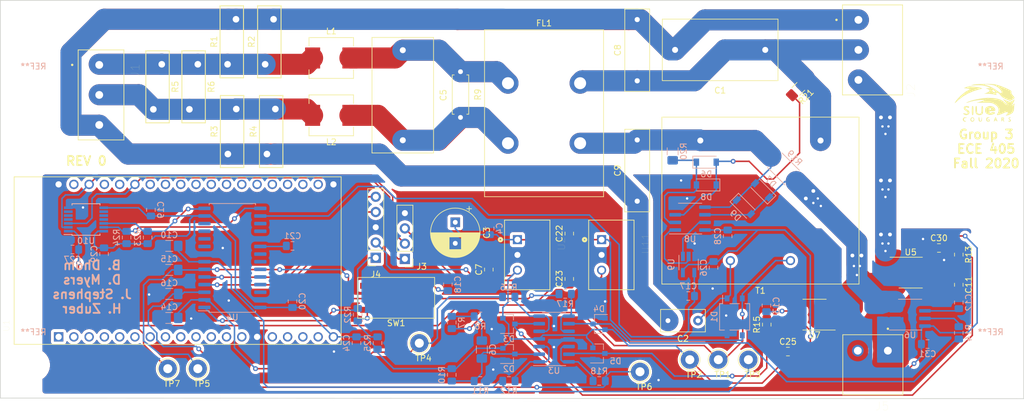
<source format=kicad_pcb>
(kicad_pcb (version 20171130) (host pcbnew "(5.1.5)-3")
  (layers (0 F.Cu signal) (31 B.Cu signal) (34 B.Paste user) (35 F.Paste user) (36 B.SilkS user) (37 F.SilkS user) (38 B.Mask user) (39 F.Mask user) (44 Edge.Cuts user))
  (net 0 "")
  (net 1 EARTH)
  (net 2 "Net-(C2-Pad1)")
  (net 3 "Net-(C22-Pad1)")
  (net 4 GND)
  (net 5 "Net-(C5-Pad1)")
  (net 6 "Net-(C5-Pad2)")
  (net 7 "Net-(C6-Pad1)")
  (net 8 "Net-(C6-Pad2)")
  (net 9 VCC)
  (net 10 V_SENSOR)
  (net 11 "Net-(C11-Pad1)")
  (net 12 "Net-(C12-Pad1)")
  (net 13 "Net-(C13-Pad1)")
  (net 14 CURR_1)
  (net 15 CURR_2)
  (net 16 CURR_3)
  (net 17 3V3)
  (net 18 9V)
  (net 19 "Net-(D3-Pad3)")
  (net 20 "Net-(D4-Pad3)")
  (net 21 "Net-(D5-Pad3)")
  (net 22 NEUTRAL)
  (net 23 HOT)
  (net 24 NEUT_1)
  (net 25 NEUT_2)
  (net 26 NEUT_3)
  (net 27 I2C_SDA)
  (net 28 I2C_SCL)
  (net 29 "Net-(R12-Pad2)")
  (net 30 "Net-(R13-Pad2)")
  (net 31 "Net-(R14-Pad2)")
  (net 32 "Net-(R15-Pad2)")
  (net 33 "Net-(R16-Pad2)")
  (net 34 "Net-(R17-Pad2)")
  (net 35 "Net-(R18-Pad2)")
  (net 36 "Net-(U1-Pad1)")
  (net 37 "Net-(U1-Pad2)")
  (net 38 "Net-(U1-Pad3)")
  (net 39 "Net-(U1-Pad4)")
  (net 40 "Net-(U1-Pad5)")
  (net 41 "Net-(U1-Pad6)")
  (net 42 "Net-(U1-Pad7)")
  (net 43 "Net-(U1-Pad8)")
  (net 44 "Net-(U1-Pad9)")
  (net 45 "Net-(U1-Pad10)")
  (net 46 "Net-(U1-Pad11)")
  (net 47 "Net-(U1-Pad12)")
  (net 48 "Net-(U1-Pad13)")
  (net 49 "Net-(U1-Pad15)")
  (net 50 "Net-(U1-Pad16)")
  (net 51 "Net-(U1-Pad17)")
  (net 52 "Net-(U1-Pad18)")
  (net 53 "Net-(U1-Pad21)")
  (net 54 I2C_SCL_3V3)
  (net 55 "Net-(U1-Pad23)")
  (net 56 "Net-(U1-Pad24)")
  (net 57 I2C_SDA_3V3)
  (net 58 "Net-(U1-Pad26)")
  (net 59 "Net-(U1-Pad27)")
  (net 60 "Net-(U1-Pad28)")
  (net 61 "Net-(U1-Pad29)")
  (net 62 "Net-(U1-Pad30)")
  (net 63 "Net-(U1-Pad31)")
  (net 64 "Net-(U1-Pad32)")
  (net 65 "Net-(U1-Pad33)")
  (net 66 "Net-(U1-Pad34)")
  (net 67 "Net-(U1-Pad35)")
  (net 68 "Net-(U1-Pad36)")
  (net 69 "Net-(U1-Pad37)")
  (net 70 "Net-(U4-Pad9)")
  (net 71 "Net-(U4-Pad10)")
  (net 72 "Net-(U4-Pad11)")
  (net 73 "Net-(U4-Pad12)")
  (net 74 PF_OUT)
  (net 75 "Net-(U4-Pad17)")
  (net 76 "Net-(C21-Pad2)")
  (net 77 "Net-(U4-Pad21)")
  (net 78 "Net-(U4-Pad22)")
  (net 79 "Net-(U4-Pad23)")
  (net 80 "Net-(U4-Pad24)")
  (net 81 "Net-(U4-Pad25)")
  (net 82 "Net-(U4-Pad26)")
  (net 83 "Net-(C18-Pad1)")
  (net 84 "Net-(D6-Pad1)")
  (net 85 "Net-(D6-Pad2)")
  (net 86 PGD)
  (net 87 MCLR)
  (net 88 "Net-(R22-Pad2)")
  (net 89 PGC)
  (net 90 NEUTRAL_OUT)
  (net 91 "Net-(U8-Pad7)")
  (net 92 "Net-(U8-Pad1)")
  (net 93 "Net-(U10-Pad11)")
  (net 94 "Net-(U10-Pad10)")
  (net 95 "Net-(U10-Pad9)")
  (net 96 "Net-(U10-Pad6)")
  (net 97 "Net-(U10-Pad5)")
  (net 98 "Net-(U10-Pad4)")
  (net 99 HOT_OUT)
  (net 100 NEUTRAL_SURGE)
  (net 101 "Net-(U4-Pad18)")
  (module MyCustom_Footprints:RV_Disc_D12mm_W3.9mm_P7.5mm_1.1mm (layer F.Cu) (at 94.2 90.4 90)
    (fp_text reference R6 (at 3.75 3.65 90) (layer F.SilkS))
    (fp_text value MOV-10D201KTR)
    (pad 2 thru_hole circle (at 7.5 1.4 90) (size 1.8 1.8) (drill 1.1) (layers *.Cu *.Mask) (net 23 HOT))
    (pad 1 thru_hole circle (at 0 0 90) (size 1.8 1.8) (drill 1.1) (layers *.Cu *.Mask) (net 22 NEUTRAL))
  )
  (module MyCustom_Footprints:RV_Disc_D12mm_W3.9mm_P7.5mm_1.1mm (layer F.Cu) (at 88.2 90.4 90)
    (fp_text reference R5 (at 3.75 3.65 90) (layer F.SilkS))
    (fp_text value MOV-10D201KTR)
    (pad 2 thru_hole circle (at 7.5 1.4 90) (size 1.8 1.8) (drill 1.1) (layers *.Cu *.Mask) (net 23 HOT))
    (pad 1 thru_hole circle (at 0 0 90) (size 1.8 1.8) (drill 1.1) (layers *.Cu *.Mask) (net 22 NEUTRAL))
  )
  (module MyCustom_Footprints:RV_Disc_D12mm_W3.9mm_P7.5mm_1.1mm (layer F.Cu) (at 108.5 90.35 270)
    (fp_text reference R4 (at 3.75 3.65 90) (layer F.SilkS))
    (fp_text value MOV-10D201KTR)
    (pad 2 thru_hole circle (at 7.5 1.4 270) (size 1.8 1.8) (drill 1.1) (layers *.Cu *.Mask) (net 1 EARTH))
    (pad 1 thru_hole circle (at 0 0 270) (size 1.8 1.8) (drill 1.1) (layers *.Cu *.Mask) (net 22 NEUTRAL))
  )
  (module MyCustom_Footprints:RV_Disc_D12mm_W3.9mm_P7.5mm_1.1mm (layer F.Cu) (at 102 90.35 270)
    (fp_text reference R3 (at 3.75 3.65 90) (layer F.SilkS))
    (fp_text value MOV-10D201KTR)
    (pad 2 thru_hole circle (at 7.5 1.4 270) (size 1.8 1.8) (drill 1.1) (layers *.Cu *.Mask) (net 1 EARTH))
    (pad 1 thru_hole circle (at 0 0 270) (size 1.8 1.8) (drill 1.1) (layers *.Cu *.Mask) (net 22 NEUTRAL))
  )
  (module MyCustom_Footprints:RV_Disc_D12mm_W3.9mm_P7.5mm_1.1mm (layer F.Cu) (at 108.2 75.4 270)
    (fp_text reference R2 (at 3.75 3.65 90) (layer F.SilkS))
    (fp_text value MOV-10D201KTR)
    (pad 2 thru_hole circle (at 7.5 1.4 270) (size 1.8 1.8) (drill 1.1) (layers *.Cu *.Mask) (net 23 HOT))
    (pad 1 thru_hole circle (at 0 0 270) (size 1.8 1.8) (drill 1.1) (layers *.Cu *.Mask) (net 1 EARTH))
  )
  (module MyCustom_Footprints:RV_Disc_D12mm_W3.9mm_P7.5mm_1.1mm (layer F.Cu) (at 101.95 75.4 270)
    (fp_text reference R1 (at 3.75 3.65 90) (layer F.SilkS))
    (fp_text value MOV-10D201KTR)
    (pad 2 thru_hole circle (at 7.5 1.4 270) (size 1.8 1.8) (drill 1.1) (layers *.Cu *.Mask) (net 23 HOT))
    (pad 1 thru_hole circle (at 0 0 270) (size 1.8 1.8) (drill 1.1) (layers *.Cu *.Mask) (net 1 EARTH))
  )
  (module MyCustom_Footprints:C_Rect_L19.0mm_W10.0mm_P15.00mm_MKS4 (layer F.Cu) (at 190 80.5 180)
    (fp_text reference C1 (at 7.5 -6.75) (layer F.SilkS))
    (fp_text value 100nF/250V)
    (pad 2 thru_hole circle (at 15 0 180) (size 2.4 2.4) (drill 1) (layers *.Cu *.Mask) (net 1 EARTH))
    (pad 1 thru_hole circle (at 0 0 180) (size 2.4 2.4) (drill 1) (layers *.Cu *.Mask) (net 99 HOT_OUT))
  )
  (module MyCustom_Footprints:KSC4 (layer F.Cu) (at 128.6 121.8)
    (fp_text reference SW1 (at 0 4.2) (layer F.SilkS))
    (fp_text value KSC441GDCT70SHLFS)
    (pad 2 smd rect (at 4.45 2) (size 3.1 1) (layers F.Cu F.Paste F.Mask) (net 88 "Net-(R22-Pad2)"))
    (pad 2 smd rect (at -4.45 2) (size 3.1 1) (layers F.Cu F.Paste F.Mask) (net 88 "Net-(R22-Pad2)"))
    (pad 1 smd rect (at 4.45 -2) (size 3.1 1) (layers F.Cu F.Paste F.Mask) (net 83 "Net-(C18-Pad1)"))
    (pad 1 smd rect (at -4.45 -2) (size 3.1 1) (layers F.Cu F.Paste F.Mask) (net 83 "Net-(C18-Pad1)"))
  )
  (module Capacitor_THT:C_Rect_L7.2mm_W3.5mm_P5.00mm_FKS2_FKP2_MKS2_MKP2 (layer F.Cu) (at 178.816 125.6 180)
    (fp_text reference C2 (at 2.5 -3) (layer F.SilkS))
    (fp_text value 6.8nF/275V)
    (pad 2 thru_hole circle (at 5 0 180) (size 1.6 1.6) (drill 0.8) (layers *.Cu *.Mask) (net 1 EARTH))
    (pad 1 thru_hole circle (at 0 0 180) (size 1.6 1.6) (drill 0.8) (layers *.Cu *.Mask) (net 2 "Net-(C2-Pad1)"))
  )
  (module MyCustom_Footprints:C_Rect_L19.0mm_W10.0mm_P15.00mm_MKS4 (layer F.Cu) (at 129.7 80.55 270)
    (fp_text reference C5 (at 7.5 -6.75 270) (layer F.SilkS))
    (fp_text value 100nF/250V)
    (pad 2 thru_hole circle (at 15 0 270) (size 2.4 2.4) (drill 1) (layers *.Cu *.Mask) (net 6 "Net-(C5-Pad2)"))
    (pad 1 thru_hole circle (at 0 0 270) (size 2.4 2.4) (drill 1) (layers *.Cu *.Mask) (net 5 "Net-(C5-Pad1)"))
  )
  (module MyCustom_Footprints:C_Rect_L13.5mm_W3.9mm_P10.20mm_FKS3_FKP3_MKS4 (layer F.Cu) (at 168.7 105.6 90)
    (fp_text reference C9 (at 5 -3.25 90) (layer F.SilkS))
    (fp_text value 2.2nF/250V)
    (pad 2 thru_hole circle (at 10.1 0 90) (size 2 2) (drill 0.85) (layers *.Cu *.Mask) (net 100 NEUTRAL_SURGE))
    (pad 1 thru_hole circle (at -0.1 0 90) (size 2 2) (drill 0.85) (layers *.Cu *.Mask) (net 1 EARTH))
  )
  (module MyCustom_Footprints:C_Rect_L13.5mm_W3.9mm_P10.20mm_FKS3_FKP3_MKS4 (layer F.Cu) (at 168.7 85.55 90)
    (fp_text reference C8 (at 5 -3.25 90) (layer F.SilkS))
    (fp_text value 2.2nF/250V)
    (pad 2 thru_hole circle (at 10.1 0 90) (size 2 2) (drill 0.85) (layers *.Cu *.Mask) (net 1 EARTH))
    (pad 1 thru_hole circle (at -0.1 0 90) (size 2 2) (drill 0.85) (layers *.Cu *.Mask) (net 99 HOT_OUT))
  )
  (module MyCustom_Footprints:L_CommonMode_Wuerth_WE-CMB-L (layer F.Cu) (at 147.2 86.05)
    (fp_text reference FL1 (at 6 -10) (layer F.SilkS))
    (fp_text value S14100038)
    (pad 1 thru_hole circle (at 0 0) (size 2.8 2.8) (drill 2) (layers *.Cu *.Mask) (net 5 "Net-(C5-Pad1)"))
    (pad 4 thru_hole circle (at 12 0) (size 2.8 2.8) (drill 2) (layers *.Cu *.Mask) (net 99 HOT_OUT))
    (pad 3 thru_hole circle (at 12 10) (size 2.8 2.8) (drill 2) (layers *.Cu *.Mask) (net 100 NEUTRAL_SURGE))
    (pad 2 thru_hole circle (at 0 10) (size 2.8 2.8) (drill 2) (layers *.Cu *.Mask) (net 6 "Net-(C5-Pad2)"))
  )
  (module MyCustom_Footprints:Transformer_BV301S09020-ZU (layer F.Cu) (at 189.2 105.6 180)
    (fp_text reference T1 (at 0 -15 180) (layer F.SilkS))
    (fp_text value "115V / 9V")
    (pad 9 thru_hole circle (at 5 -10 180) (size 1.524 1.524) (drill 1) (layers *.Cu *.Mask) (net 2 "Net-(C2-Pad1)"))
    (pad 7 thru_hole circle (at -5 -10 180) (size 1.524 1.524) (drill 1) (layers *.Cu *.Mask) (net 18 9V))
    (pad 5 thru_hole circle (at -10 10 180) (size 1.524 1.524) (drill 1) (layers *.Cu *.Mask) (net 99 HOT_OUT))
    (pad 1 thru_hole circle (at 10 10 180) (size 1.524 1.524) (drill 1) (layers *.Cu *.Mask) (net 100 NEUTRAL_SURGE))
  )
  (module Package_SO:SOIC-8_3.9x4.9mm_P1.27mm (layer F.Cu) (at 198.2 124.6 180)
    (fp_text reference U7 (at 0 -3.4) (layer F.SilkS))
    (fp_text value ACS712ELCTR-20A-T)
    (pad 8 smd roundrect (at 2.475 -1.905 180) (size 1.95 0.6) (layers F.Cu F.Paste F.Mask) (net 9 VCC))
    (pad 7 smd roundrect (at 2.475 -0.635 180) (size 1.95 0.6) (layers F.Cu F.Paste F.Mask) (net 32 "Net-(R15-Pad2)"))
    (pad 6 smd roundrect (at 2.475 0.635 180) (size 1.95 0.6) (layers F.Cu F.Paste F.Mask) (net 13 "Net-(C13-Pad1)"))
    (pad 5 smd roundrect (at 2.475 1.905 180) (size 1.95 0.6) (layers F.Cu F.Paste F.Mask) (net 4 GND))
    (pad 4 smd roundrect (at -2.475 1.905 180) (size 1.95 0.6) (layers F.Cu F.Paste F.Mask) (net 90 NEUTRAL_OUT))
    (pad 3 smd roundrect (at -2.475 0.635 180) (size 1.95 0.6) (layers F.Cu F.Paste F.Mask) (net 90 NEUTRAL_OUT))
    (pad 2 smd roundrect (at -2.475 -0.635 180) (size 1.95 0.6) (layers F.Cu F.Paste F.Mask) (net 26 NEUT_3))
    (pad 1 smd roundrect (at -2.475 -1.905 180) (size 1.95 0.6) (layers F.Cu F.Paste F.Mask) (net 26 NEUT_3))
  )
  (module Package_SO:SOIC-8_3.9x4.9mm_P1.27mm (layer B.Cu) (at 214.1 124.6)
    (fp_text reference U6 (at 0 3.4) (layer B.SilkS) (effects (justify mirror)))
    (fp_text value ACS712ELCTR-20A-T)
    (pad 8 smd roundrect (at 2.475 1.905) (size 1.95 0.6) (layers B.Cu B.Paste B.Mask) (net 9 VCC))
    (pad 7 smd roundrect (at 2.475 0.635) (size 1.95 0.6) (layers B.Cu B.Paste B.Mask) (net 31 "Net-(R14-Pad2)"))
    (pad 6 smd roundrect (at 2.475 -0.635) (size 1.95 0.6) (layers B.Cu B.Paste B.Mask) (net 12 "Net-(C12-Pad1)"))
    (pad 5 smd roundrect (at 2.475 -1.905) (size 1.95 0.6) (layers B.Cu B.Paste B.Mask) (net 4 GND))
    (pad 4 smd roundrect (at -2.475 -1.905) (size 1.95 0.6) (layers B.Cu B.Paste B.Mask) (net 90 NEUTRAL_OUT))
    (pad 3 smd roundrect (at -2.475 -0.635) (size 1.95 0.6) (layers B.Cu B.Paste B.Mask) (net 90 NEUTRAL_OUT))
    (pad 2 smd roundrect (at -2.475 0.635) (size 1.95 0.6) (layers B.Cu B.Paste B.Mask) (net 25 NEUT_2))
    (pad 1 smd roundrect (at -2.475 1.905) (size 1.95 0.6) (layers B.Cu B.Paste B.Mask) (net 25 NEUT_2))
  )
  (module Package_SO:SOIC-8_3.9x4.9mm_P1.27mm (layer F.Cu) (at 214.2 117.6)
    (fp_text reference U5 (at 0 -3.4) (layer F.SilkS))
    (fp_text value ACS712ELCTR-20A-T)
    (pad 8 smd roundrect (at 2.475 -1.905) (size 1.95 0.6) (layers F.Cu F.Paste F.Mask) (net 9 VCC))
    (pad 7 smd roundrect (at 2.475 -0.635) (size 1.95 0.6) (layers F.Cu F.Paste F.Mask) (net 30 "Net-(R13-Pad2)"))
    (pad 6 smd roundrect (at 2.475 0.635) (size 1.95 0.6) (layers F.Cu F.Paste F.Mask) (net 11 "Net-(C11-Pad1)"))
    (pad 5 smd roundrect (at 2.475 1.905) (size 1.95 0.6) (layers F.Cu F.Paste F.Mask) (net 4 GND))
    (pad 4 smd roundrect (at -2.475 1.905) (size 1.95 0.6) (layers F.Cu F.Paste F.Mask) (net 90 NEUTRAL_OUT))
    (pad 3 smd roundrect (at -2.475 0.635) (size 1.95 0.6) (layers F.Cu F.Paste F.Mask) (net 90 NEUTRAL_OUT))
    (pad 2 smd roundrect (at -2.475 -0.635) (size 1.95 0.6) (layers F.Cu F.Paste F.Mask) (net 24 NEUT_1))
    (pad 1 smd roundrect (at -2.475 -1.905) (size 1.95 0.6) (layers F.Cu F.Paste F.Mask) (net 24 NEUT_1))
  )
  (module MountingHole:MountingHole_4.5mm (layer B.Cu) (at 68.25 77.75)
    (fp_text reference REF** (at 0 5.5) (layer B.SilkS) (effects (justify mirror)))
    (fp_text value MountingHole_4.5mm)
    (pad 1 np_thru_hole circle (at 0 0) (size 4.5 4.5) (drill 4.5) (layers *.Cu *.Mask))
  )
  (module MountingHole:MountingHole_4.5mm (layer B.Cu) (at 227.5 133 180)
    (fp_text reference REF** (at 0 5.5 180) (layer B.SilkS) (effects (justify mirror)))
    (fp_text value MountingHole_4.5mm)
    (pad 1 np_thru_hole circle (at 0 0 180) (size 4.5 4.5) (drill 4.5) (layers *.Cu *.Mask))
  )
  (module MountingHole:MountingHole_4.5mm (layer B.Cu) (at 68.25 133 180)
    (fp_text reference REF** (at 0 5.5 180) (layer B.SilkS) (effects (justify mirror)))
    (fp_text value MountingHole_4.5mm)
    (pad 1 np_thru_hole circle (at 0 0 180) (size 4.5 4.5) (drill 4.5) (layers *.Cu *.Mask))
  )
  (module MountingHole:MountingHole_4.5mm (layer B.Cu) (at 227.5 77.75)
    (fp_text reference REF** (at 0 5.5) (layer B.SilkS) (effects (justify mirror)))
    (fp_text value MountingHole_4.5mm)
    (pad 1 np_thru_hole circle (at 0 0) (size 4.5 4.5) (drill 4.5) (layers *.Cu *.Mask))
  )
  (module Capacitor_SMD:C_0805_2012Metric_Pad1.15x1.40mm_HandSolder (layer F.Cu) (at 218.899999 113.5)
    (fp_text reference C30 (at 0 -1.65) (layer F.SilkS))
    (fp_text value 0.1uF)
    (pad 2 smd roundrect (at 1.025 0) (size 1.15 1.4) (layers F.Cu F.Paste F.Mask) (roundrect_rratio 0.217391) (net 4 GND))
    (pad 1 smd roundrect (at -1.025 0) (size 1.15 1.4) (layers F.Cu F.Paste F.Mask) (roundrect_rratio 0.217391) (net 9 VCC))
  )
  (module Capacitor_SMD:C_0805_2012Metric_Pad1.15x1.40mm_HandSolder (layer B.Cu) (at 80 114.5 270)
    (fp_text reference C29 (at 0 1.65 270) (layer B.SilkS) (effects (justify mirror)))
    (fp_text value 0.1uF)
    (pad 2 smd roundrect (at 1.025 0 270) (size 1.15 1.4) (layers B.Cu B.Paste B.Mask) (roundrect_rratio 0.217391) (net 4 GND))
    (pad 1 smd roundrect (at -1.025 0 270) (size 1.15 1.4) (layers B.Cu B.Paste B.Mask) (roundrect_rratio 0.217391) (net 9 VCC))
  )
  (module Capacitor_SMD:C_0805_2012Metric_Pad1.15x1.40mm_HandSolder (layer B.Cu) (at 183.75 111.53 270)
    (fp_text reference C28 (at 0 1.65 90) (layer B.SilkS) (effects (justify mirror)))
    (fp_text value 0.1uF)
    (pad 2 smd roundrect (at 1.025 0 270) (size 1.15 1.4) (layers B.Cu B.Paste B.Mask) (roundrect_rratio 0.217391) (net 4 GND))
    (pad 1 smd roundrect (at -1.025 0 270) (size 1.15 1.4) (layers B.Cu B.Paste B.Mask) (roundrect_rratio 0.217391) (net 9 VCC))
  )
  (module Capacitor_SMD:C_0805_2012Metric_Pad1.15x1.40mm_HandSolder (layer B.Cu) (at 74.75 113.75)
    (fp_text reference C27 (at 0 1.65) (layer B.SilkS) (effects (justify mirror)))
    (fp_text value 0.1uF)
    (pad 2 smd roundrect (at 1.025 0) (size 1.15 1.4) (layers B.Cu B.Paste B.Mask) (roundrect_rratio 0.217391) (net 17 3V3))
    (pad 1 smd roundrect (at -1.025 0) (size 1.15 1.4) (layers B.Cu B.Paste B.Mask) (roundrect_rratio 0.217391) (net 4 GND))
  )
  (module Capacitor_SMD:C_0805_2012Metric_Pad1.15x1.40mm_HandSolder (layer B.Cu) (at 181.4 116.78 270)
    (fp_text reference C26 (at 0 1.65 90) (layer B.SilkS) (effects (justify mirror)))
    (fp_text value 0.1uF)
    (pad 2 smd roundrect (at 1.025 0 270) (size 1.15 1.4) (layers B.Cu B.Paste B.Mask) (roundrect_rratio 0.217391) (net 4 GND))
    (pad 1 smd roundrect (at -1.025 0 270) (size 1.15 1.4) (layers B.Cu B.Paste B.Mask) (roundrect_rratio 0.217391) (net 9 VCC))
  )
  (module Capacitor_SMD:C_0805_2012Metric_Pad1.15x1.40mm_HandSolder (layer B.Cu) (at 122 129.325 270)
    (fp_text reference C24 (at 0 1.65 90) (layer B.SilkS) (effects (justify mirror)))
    (fp_text value 0.1uF)
    (pad 2 smd roundrect (at 1.025 0 270) (size 1.15 1.4) (layers B.Cu B.Paste B.Mask) (roundrect_rratio 0.217391) (net 4 GND))
    (pad 1 smd roundrect (at -1.025 0 270) (size 1.15 1.4) (layers B.Cu B.Paste B.Mask) (roundrect_rratio 0.217391) (net 9 VCC))
  )
  (module Resistor_SMD:R_1206_3216Metric_Pad1.42x1.75mm_HandSolder (layer F.Cu) (at 195.5 87 225)
    (fp_text reference R21 (at 0 -1.82 45) (layer F.SilkS))
    (fp_text value 1M)
    (pad 2 smd roundrect (at 1.4875 0 225) (size 1.425 1.75) (layers F.Cu F.Paste F.Mask) (roundrect_rratio 0.175439) (net 85 "Net-(D6-Pad2)"))
    (pad 1 smd roundrect (at -1.4875 0 225) (size 1.425 1.75) (layers F.Cu F.Paste F.Mask) (roundrect_rratio 0.175439) (net 99 HOT_OUT))
  )
  (module Resistor_SMD:R_1206_3216Metric_Pad1.42x1.75mm_HandSolder (layer B.Cu) (at 174.6 97.4 90)
    (fp_text reference R20 (at 0 1.82 90) (layer B.SilkS) (effects (justify mirror)))
    (fp_text value 1M)
    (pad 2 smd roundrect (at 1.4875 0 90) (size 1.425 1.75) (layers B.Cu B.Paste B.Mask) (roundrect_rratio 0.175439) (net 100 NEUTRAL_SURGE))
    (pad 1 smd roundrect (at -1.4875 0 90) (size 1.425 1.75) (layers B.Cu B.Paste B.Mask) (roundrect_rratio 0.175439) (net 84 "Net-(D6-Pad1)"))
  )
  (module Resistor_SMD:R_2512_6332Metric_Pad1.52x3.35mm_HandSolder (layer B.Cu) (at 193.04 100.33 135)
    (fp_text reference R19 (at 0 2.62 135) (layer B.SilkS) (effects (justify mirror)))
    (fp_text value 0.01R/5W)
    (pad 2 smd roundrect (at 2.9875 0 135) (size 1.525 3.35) (layers B.Cu B.Paste B.Mask) (roundrect_rratio 0.163934) (net 100 NEUTRAL_SURGE))
    (pad 1 smd roundrect (at -2.9875 0 135) (size 1.525 3.35) (layers B.Cu B.Paste B.Mask) (roundrect_rratio 0.163934) (net 90 NEUTRAL_OUT))
  )
  (module Package_SO:SOIC-28W_7.5x17.9mm_P1.27mm (layer B.Cu) (at 101.35 115.15)
    (fp_text reference U4 (at 0 9.9) (layer B.SilkS) (effects (justify mirror)))
    (fp_text value dsPIC33EV32GM002)
    (pad 1 smd roundrect (at -4.65 8.255) (size 2.05 0.6) (layers B.Cu B.Paste B.Mask) (net 87 MCLR))
    (pad 2 smd roundrect (at -4.65 6.985) (size 2.05 0.6) (layers B.Cu B.Paste B.Mask) (net 14 CURR_1))
    (pad 3 smd roundrect (at -4.65 5.715) (size 2.05 0.6) (layers B.Cu B.Paste B.Mask) (net 16 CURR_3))
    (pad 4 smd roundrect (at -4.65 4.445) (size 2.05 0.6) (layers B.Cu B.Paste B.Mask) (net 86 PGD))
    (pad 5 smd roundrect (at -4.65 3.175) (size 2.05 0.6) (layers B.Cu B.Paste B.Mask) (net 89 PGC))
    (pad 6 smd roundrect (at -4.65 1.905) (size 2.05 0.6) (layers B.Cu B.Paste B.Mask) (net 15 CURR_2))
    (pad 7 smd roundrect (at -4.65 0.635) (size 2.05 0.6) (layers B.Cu B.Paste B.Mask) (net 10 V_SENSOR))
    (pad 8 smd roundrect (at -4.65 -0.635) (size 2.05 0.6) (layers B.Cu B.Paste B.Mask) (net 4 GND))
    (pad 9 smd roundrect (at -4.65 -1.905) (size 2.05 0.6) (layers B.Cu B.Paste B.Mask) (net 70 "Net-(U4-Pad9)"))
    (pad 10 smd roundrect (at -4.65 -3.175) (size 2.05 0.6) (layers B.Cu B.Paste B.Mask) (net 71 "Net-(U4-Pad10)"))
    (pad 11 smd roundrect (at -4.65 -4.445) (size 2.05 0.6) (layers B.Cu B.Paste B.Mask) (net 72 "Net-(U4-Pad11)"))
    (pad 12 smd roundrect (at -4.65 -5.715) (size 2.05 0.6) (layers B.Cu B.Paste B.Mask) (net 73 "Net-(U4-Pad12)"))
    (pad 13 smd roundrect (at -4.65 -6.985) (size 2.05 0.6) (layers B.Cu B.Paste B.Mask) (net 9 VCC))
    (pad 14 smd roundrect (at -4.65 -8.255) (size 2.05 0.6) (layers B.Cu B.Paste B.Mask) (net 27 I2C_SDA))
    (pad 15 smd roundrect (at 4.65 -8.255) (size 2.05 0.6) (layers B.Cu B.Paste B.Mask) (net 28 I2C_SCL))
    (pad 16 smd roundrect (at 4.65 -6.985) (size 2.05 0.6) (layers B.Cu B.Paste B.Mask) (net 74 PF_OUT))
    (pad 17 smd roundrect (at 4.65 -5.715) (size 2.05 0.6) (layers B.Cu B.Paste B.Mask) (net 75 "Net-(U4-Pad17)"))
    (pad 18 smd roundrect (at 4.65 -4.445) (size 2.05 0.6) (layers B.Cu B.Paste B.Mask) (net 101 "Net-(U4-Pad18)"))
    (pad 19 smd roundrect (at 4.65 -3.175) (size 2.05 0.6) (layers B.Cu B.Paste B.Mask) (net 4 GND))
    (pad 20 smd roundrect (at 4.65 -1.905) (size 2.05 0.6) (layers B.Cu B.Paste B.Mask) (net 76 "Net-(C21-Pad2)"))
    (pad 21 smd roundrect (at 4.65 -0.635) (size 2.05 0.6) (layers B.Cu B.Paste B.Mask) (net 77 "Net-(U4-Pad21)"))
    (pad 22 smd roundrect (at 4.65 0.635) (size 2.05 0.6) (layers B.Cu B.Paste B.Mask) (net 78 "Net-(U4-Pad22)"))
    (pad 23 smd roundrect (at 4.65 1.905) (size 2.05 0.6) (layers B.Cu B.Paste B.Mask) (net 79 "Net-(U4-Pad23)"))
    (pad 24 smd roundrect (at 4.65 3.175) (size 2.05 0.6) (layers B.Cu B.Paste B.Mask) (net 80 "Net-(U4-Pad24)"))
    (pad 25 smd roundrect (at 4.65 4.445) (size 2.05 0.6) (layers B.Cu B.Paste B.Mask) (net 81 "Net-(U4-Pad25)"))
    (pad 26 smd roundrect (at 4.65 5.715) (size 2.05 0.6) (layers B.Cu B.Paste B.Mask) (net 82 "Net-(U4-Pad26)"))
    (pad 27 smd roundrect (at 4.65 6.985) (size 2.05 0.6) (layers B.Cu B.Paste B.Mask) (net 4 GND))
    (pad 28 smd roundrect (at 4.65 8.255) (size 2.05 0.6) (layers B.Cu B.Paste B.Mask) (net 9 VCC))
  )
  (module TestPoint:TestPoint_Loop_D2.54mm_Drill1.5mm_Beaded (layer F.Cu) (at 169.164 134.112)
    (fp_text reference TP6 (at 0.7 2.5) (layer F.SilkS))
    (fp_text value TestPoint)
    (pad 1 thru_hole circle (at 0 0) (size 3 3) (drill 1.5) (layers *.Cu *.Mask) (net 16 CURR_3))
  )
  (module Package_TO_SOT_SMD:TO-269AA (layer B.Cu) (at 184.912 124.968 270)
    (fp_text reference D1 (at 0 3.4 90) (layer B.SilkS) (effects (justify mirror)))
    (fp_text value MB1S)
    (pad 1 smd rect (at -3.075 1.27 270) (size 1 0.8) (layers B.Cu B.Paste B.Mask) (net 2 "Net-(C2-Pad1)"))
    (pad 2 smd rect (at -3.075 -1.27 270) (size 1 0.8) (layers B.Cu B.Paste B.Mask) (net 18 9V))
    (pad 3 smd rect (at 3.075 -1.27 270) (size 1 0.8) (layers B.Cu B.Paste B.Mask) (net 3 "Net-(C22-Pad1)"))
    (pad 4 smd rect (at 3.075 1.27 270) (size 1 0.8) (layers B.Cu B.Paste B.Mask) (net 4 GND))
  )
  (module Diode_SMD:D_SOD-123 (layer B.Cu) (at 186.436 106.68 315)
    (fp_text reference D9 (at 0 2 135) (layer B.SilkS) (effects (justify mirror)))
    (fp_text value 1N4148)
    (pad 2 smd rect (at 1.65 0 315) (size 0.9 1.2) (layers B.Cu B.Paste B.Mask) (net 90 NEUTRAL_OUT))
    (pad 1 smd rect (at -1.65 0 315) (size 0.9 1.2) (layers B.Cu B.Paste B.Mask) (net 100 NEUTRAL_SURGE))
  )
  (module Diode_SMD:D_SOD-123 (layer B.Cu) (at 180.2 103 180)
    (fp_text reference D8 (at 0 -2) (layer B.SilkS) (effects (justify mirror)))
    (fp_text value 1N4148)
    (pad 2 smd rect (at 1.65 0 180) (size 0.9 1.2) (layers B.Cu B.Paste B.Mask) (net 84 "Net-(D6-Pad1)"))
    (pad 1 smd rect (at -1.65 0 180) (size 0.9 1.2) (layers B.Cu B.Paste B.Mask) (net 85 "Net-(D6-Pad2)"))
  )
  (module Diode_SMD:D_SOD-123 (layer B.Cu) (at 189.484 103.886 135)
    (fp_text reference D7 (at 0 2 135) (layer B.SilkS) (effects (justify mirror)))
    (fp_text value 1N4148)
    (pad 2 smd rect (at 1.65 0 135) (size 0.9 1.2) (layers B.Cu B.Paste B.Mask) (net 100 NEUTRAL_SURGE))
    (pad 1 smd rect (at -1.65 0 135) (size 0.9 1.2) (layers B.Cu B.Paste B.Mask) (net 90 NEUTRAL_OUT))
  )
  (module Diode_SMD:D_SOD-123 (layer B.Cu) (at 180.2 99.2)
    (fp_text reference D6 (at 0 2) (layer B.SilkS) (effects (justify mirror)))
    (fp_text value 1N4148)
    (pad 2 smd rect (at 1.65 0) (size 0.9 1.2) (layers B.Cu B.Paste B.Mask) (net 85 "Net-(D6-Pad2)"))
    (pad 1 smd rect (at -1.65 0) (size 0.9 1.2) (layers B.Cu B.Paste B.Mask) (net 84 "Net-(D6-Pad1)"))
  )
  (module MyCustom_Footprints:MODULE_ESP32-DEVKITC-32D (layer F.Cu) (at 92.2 115.6 90)
    (fp_text reference U1 (at -10.829175 -28.446045 90) (layer F.SilkS) (effects (font (size 1.000386 1.000386) (thickness 0.015))))
    (fp_text value ESP32-DEVKITC-32D)
    (pad 38 thru_hole circle (at 12.7 25.96 90) (size 1.56 1.56) (drill 1.04) (layers *.Cu *.Mask) (net 4 GND))
    (pad 37 thru_hole circle (at 12.7 23.42 90) (size 1.56 1.56) (drill 1.04) (layers *.Cu *.Mask) (net 69 "Net-(U1-Pad37)"))
    (pad 36 thru_hole circle (at 12.7 20.88 90) (size 1.56 1.56) (drill 1.04) (layers *.Cu *.Mask) (net 68 "Net-(U1-Pad36)"))
    (pad 35 thru_hole circle (at 12.7 18.34 90) (size 1.56 1.56) (drill 1.04) (layers *.Cu *.Mask) (net 67 "Net-(U1-Pad35)"))
    (pad 34 thru_hole circle (at 12.7 15.8 90) (size 1.56 1.56) (drill 1.04) (layers *.Cu *.Mask) (net 66 "Net-(U1-Pad34)"))
    (pad 33 thru_hole circle (at 12.7 13.26 90) (size 1.56 1.56) (drill 1.04) (layers *.Cu *.Mask) (net 65 "Net-(U1-Pad33)"))
    (pad 32 thru_hole circle (at 12.7 10.72 90) (size 1.56 1.56) (drill 1.04) (layers *.Cu *.Mask) (net 64 "Net-(U1-Pad32)"))
    (pad 31 thru_hole circle (at 12.7 8.18 90) (size 1.56 1.56) (drill 1.04) (layers *.Cu *.Mask) (net 63 "Net-(U1-Pad31)"))
    (pad 30 thru_hole circle (at 12.7 5.64 90) (size 1.56 1.56) (drill 1.04) (layers *.Cu *.Mask) (net 62 "Net-(U1-Pad30)"))
    (pad 29 thru_hole circle (at 12.7 3.1 90) (size 1.56 1.56) (drill 1.04) (layers *.Cu *.Mask) (net 61 "Net-(U1-Pad29)"))
    (pad 28 thru_hole circle (at 12.7 0.56 90) (size 1.56 1.56) (drill 1.04) (layers *.Cu *.Mask) (net 60 "Net-(U1-Pad28)"))
    (pad 27 thru_hole circle (at 12.7 -1.98 90) (size 1.56 1.56) (drill 1.04) (layers *.Cu *.Mask) (net 59 "Net-(U1-Pad27)"))
    (pad 26 thru_hole circle (at 12.7 -4.52 90) (size 1.56 1.56) (drill 1.04) (layers *.Cu *.Mask) (net 58 "Net-(U1-Pad26)"))
    (pad 25 thru_hole circle (at 12.7 -7.06 90) (size 1.56 1.56) (drill 1.04) (layers *.Cu *.Mask) (net 57 I2C_SDA_3V3))
    (pad 24 thru_hole circle (at 12.7 -9.6 90) (size 1.56 1.56) (drill 1.04) (layers *.Cu *.Mask) (net 56 "Net-(U1-Pad24)"))
    (pad 23 thru_hole circle (at 12.7 -12.14 90) (size 1.56 1.56) (drill 1.04) (layers *.Cu *.Mask) (net 55 "Net-(U1-Pad23)"))
    (pad 22 thru_hole circle (at 12.7 -14.68 90) (size 1.56 1.56) (drill 1.04) (layers *.Cu *.Mask) (net 54 I2C_SCL_3V3))
    (pad 21 thru_hole circle (at 12.7 -17.22 90) (size 1.56 1.56) (drill 1.04) (layers *.Cu *.Mask) (net 53 "Net-(U1-Pad21)"))
    (pad 20 thru_hole circle (at 12.7 -19.76 90) (size 1.56 1.56) (drill 1.04) (layers *.Cu *.Mask) (net 4 GND))
    (pad 18 thru_hole circle (at -12.7 23.42 90) (size 1.56 1.56) (drill 1.04) (layers *.Cu *.Mask) (net 52 "Net-(U1-Pad18)"))
    (pad 17 thru_hole circle (at -12.7 20.88 90) (size 1.56 1.56) (drill 1.04) (layers *.Cu *.Mask) (net 51 "Net-(U1-Pad17)"))
    (pad 16 thru_hole circle (at -12.7 18.34 90) (size 1.56 1.56) (drill 1.04) (layers *.Cu *.Mask) (net 50 "Net-(U1-Pad16)"))
    (pad 15 thru_hole circle (at -12.7 15.8 90) (size 1.56 1.56) (drill 1.04) (layers *.Cu *.Mask) (net 49 "Net-(U1-Pad15)"))
    (pad 14 thru_hole circle (at -12.7 13.26 90) (size 1.56 1.56) (drill 1.04) (layers *.Cu *.Mask) (net 4 GND))
    (pad 13 thru_hole circle (at -12.7 10.72 90) (size 1.56 1.56) (drill 1.04) (layers *.Cu *.Mask) (net 48 "Net-(U1-Pad13)"))
    (pad 12 thru_hole circle (at -12.7 8.18 90) (size 1.56 1.56) (drill 1.04) (layers *.Cu *.Mask) (net 47 "Net-(U1-Pad12)"))
    (pad 11 thru_hole circle (at -12.7 5.64 90) (size 1.56 1.56) (drill 1.04) (layers *.Cu *.Mask) (net 46 "Net-(U1-Pad11)"))
    (pad 10 thru_hole circle (at -12.7 3.1 90) (size 1.56 1.56) (drill 1.04) (layers *.Cu *.Mask) (net 45 "Net-(U1-Pad10)"))
    (pad 9 thru_hole circle (at -12.7 0.56 90) (size 1.56 1.56) (drill 1.04) (layers *.Cu *.Mask) (net 44 "Net-(U1-Pad9)"))
    (pad 8 thru_hole circle (at -12.7 -1.98 90) (size 1.56 1.56) (drill 1.04) (layers *.Cu *.Mask) (net 43 "Net-(U1-Pad8)"))
    (pad 7 thru_hole circle (at -12.7 -4.52 90) (size 1.56 1.56) (drill 1.04) (layers *.Cu *.Mask) (net 42 "Net-(U1-Pad7)"))
    (pad 6 thru_hole circle (at -12.7 -7.06 90) (size 1.56 1.56) (drill 1.04) (layers *.Cu *.Mask) (net 41 "Net-(U1-Pad6)"))
    (pad 5 thru_hole circle (at -12.7 -9.6 90) (size 1.56 1.56) (drill 1.04) (layers *.Cu *.Mask) (net 40 "Net-(U1-Pad5)"))
    (pad 4 thru_hole circle (at -12.7 -12.14 90) (size 1.56 1.56) (drill 1.04) (layers *.Cu *.Mask) (net 39 "Net-(U1-Pad4)"))
    (pad 3 thru_hole circle (at -12.7 -14.68 90) (size 1.56 1.56) (drill 1.04) (layers *.Cu *.Mask) (net 38 "Net-(U1-Pad3)"))
    (pad 19 thru_hole circle (at -12.7 25.96 90) (size 1.56 1.56) (drill 1.04) (layers *.Cu *.Mask) (net 9 VCC))
    (pad 2 thru_hole circle (at -12.7 -17.22 90) (size 1.56 1.56) (drill 1.04) (layers *.Cu *.Mask) (net 37 "Net-(U1-Pad2)"))
    (pad 1 thru_hole rect (at -12.7 -19.76 90) (size 1.56 1.56) (drill 1.04) (layers *.Cu *.Mask) (net 36 "Net-(U1-Pad1)"))
  )
  (module MyCustom_Footprints:VX78012-500_VX7805-500 (layer F.Cu) (at 164.4 114.65 270)
    (fp_text reference U11 (at -1.8623 -5.70211 90) (layer F.SilkS) (effects (font (size 1.182583 1.182583) (thickness 0.015))))
    (fp_text value VX7803-500)
    (pad 3 thru_hole circle (at 2.54 1.625 270) (size 1.508 1.508) (drill 1) (layers *.Cu *.Mask) (net 17 3V3))
    (pad 2 thru_hole circle (at 0 1.625 270) (size 1.508 1.508) (drill 1) (layers *.Cu *.Mask) (net 4 GND))
    (pad 1 thru_hole rect (at -2.54 1.625 270) (size 1.508 1.508) (drill 1) (layers *.Cu *.Mask) (net 3 "Net-(C22-Pad1)"))
  )
  (module MyCustom_Footprints:VX78012-500_VX7805-500 (layer F.Cu) (at 150.4 114.65 270)
    (fp_text reference U2 (at -1.8623 -5.70211 90) (layer F.SilkS) (effects (font (size 1.182583 1.182583) (thickness 0.015))))
    (fp_text value VX7805-500)
    (pad 3 thru_hole circle (at 2.54 1.625 270) (size 1.508 1.508) (drill 1) (layers *.Cu *.Mask) (net 9 VCC))
    (pad 2 thru_hole circle (at 0 1.625 270) (size 1.508 1.508) (drill 1) (layers *.Cu *.Mask) (net 4 GND))
    (pad 1 thru_hole rect (at -2.54 1.625 270) (size 1.508 1.508) (drill 1) (layers *.Cu *.Mask) (net 3 "Net-(C22-Pad1)"))
  )
  (module MyCustom_Footprints:L_7.3x6.7_H3.0 (layer F.Cu) (at 117.8 91.4 180)
    (fp_text reference L2 (at 0 -4.45) (layer F.SilkS))
    (fp_text value "MGV0603R33M-10 ")
    (pad 1 smd rect (at -3.1 0 180) (size 2.5 3.5) (layers F.Cu F.Paste F.Mask) (net 6 "Net-(C5-Pad2)"))
    (pad 2 smd rect (at 3.1 0 180) (size 2.5 3.5) (layers F.Cu F.Paste F.Mask) (net 22 NEUTRAL))
  )
  (module MyCustom_Footprints:L_7.3x6.7_H3.0 (layer F.Cu) (at 117.8 81.85)
    (fp_text reference L1 (at 0 -4.45) (layer F.SilkS))
    (fp_text value " MGV0603R33M-10 ")
    (pad 1 smd rect (at -3.1 0) (size 2.5 3.5) (layers F.Cu F.Paste F.Mask) (net 23 HOT))
    (pad 2 smd rect (at 3.1 0) (size 2.5 3.5) (layers F.Cu F.Paste F.Mask) (net 5 "Net-(C5-Pad1)"))
  )
  (module MyCustom_Footprints:CUI_TB002V-500-02BE (layer F.Cu) (at 210.4 130.6 180)
    (fp_text reference J5 (at 0.945 -9.239) (layer F.SilkS) (effects (font (size 1.4 1.4) (thickness 0.015))))
    (fp_text value TB002V-500-02BE)
    (pad 2 thru_hole circle (at 5 0 180) (size 1.95 1.95) (drill 1.3) (layers *.Cu *.Mask) (net 26 NEUT_3))
    (pad 1 thru_hole rect (at 0 0 180) (size 1.95 1.95) (drill 1.3) (layers *.Cu *.Mask) (net 25 NEUT_2))
  )
  (module MyCustom_Footprints:CUI_TB002V-500-03BK (layer F.Cu) (at 205.5 75.5 270)
    (fp_text reference J2 (at 11.75 -8.75 90) (layer F.SilkS) (effects (font (size 1.4 1.4) (thickness 0.015))))
    (fp_text value TB002V-500-03BE)
    (pad 3 thru_hole circle (at 10 0 270) (size 1.95 1.95) (drill 1.3) (layers *.Cu *.Mask) (net 24 NEUT_1))
    (pad 2 thru_hole circle (at 5 0 270) (size 1.95 1.95) (drill 1.3) (layers *.Cu *.Mask) (net 99 HOT_OUT))
    (pad 1 thru_hole rect (at 0 0 270) (size 1.95 1.95) (drill 1.3) (layers *.Cu *.Mask) (net 1 EARTH))
  )
  (module MyCustom_Footprints:CUI_TB002-500-03BE (layer F.Cu) (at 79.2 83 270)
    (fp_text reference J1 (at 0.945 -5.989 90) (layer F.SilkS) (effects (font (size 1.4 1.4) (thickness 0.015))))
    (fp_text value TB002-500-03BE)
    (pad 3 thru_hole circle (at 10 0 270) (size 1.95 1.95) (drill 1.3) (layers *.Cu *.Mask) (net 1 EARTH))
    (pad 2 thru_hole circle (at 5 0 270) (size 1.95 1.95) (drill 1.3) (layers *.Cu *.Mask) (net 22 NEUTRAL))
    (pad 1 thru_hole rect (at 0 0 270) (size 1.95 1.95) (drill 1.3) (layers *.Cu *.Mask) (net 23 HOT))
  )
  (module Package_SO:SOIC-8_3.9x4.9mm_P1.27mm (layer B.Cu) (at 177.5 108.6)
    (fp_text reference U8 (at 0 3.4) (layer B.SilkS) (effects (justify mirror)))
    (fp_text value MCP6542T-I_SN)
    (pad 1 smd roundrect (at -2.475 1.905) (size 1.95 0.6) (layers B.Cu B.Paste B.Mask) (net 92 "Net-(U8-Pad1)"))
    (pad 2 smd roundrect (at -2.475 0.635) (size 1.95 0.6) (layers B.Cu B.Paste B.Mask) (net 84 "Net-(D6-Pad1)"))
    (pad 3 smd roundrect (at -2.475 -0.635) (size 1.95 0.6) (layers B.Cu B.Paste B.Mask) (net 85 "Net-(D6-Pad2)"))
    (pad 4 smd roundrect (at -2.475 -1.905) (size 1.95 0.6) (layers B.Cu B.Paste B.Mask) (net 4 GND))
    (pad 5 smd roundrect (at 2.475 -1.905) (size 1.95 0.6) (layers B.Cu B.Paste B.Mask) (net 100 NEUTRAL_SURGE) (clearance 0.25))
    (pad 6 smd roundrect (at 2.475 -0.635) (size 1.95 0.6) (layers B.Cu B.Paste B.Mask) (net 90 NEUTRAL_OUT) (clearance 0.25))
    (pad 7 smd roundrect (at 2.475 0.635) (size 1.95 0.6) (layers B.Cu B.Paste B.Mask) (net 91 "Net-(U8-Pad7)"))
    (pad 8 smd roundrect (at 2.475 1.905) (size 1.95 0.6) (layers B.Cu B.Paste B.Mask) (net 9 VCC))
  )
  (module MyCustom:SIUE_Logo (layer F.Cu) (at 227 89.25)
    (fp_text reference G*** hide)
    (fp_text value LOGO hide)
  )
  (module Package_SO:TSSOP-14_4.4x5mm_P0.65mm (layer B.Cu) (at 77 108.75)
    (fp_text reference U10 (at 0 3.55) (layer B.SilkS) (effects (justify mirror)))
    (fp_text value ADG3304BRUZ-REEL7)
    (pad 14 smd rect (at 2.95 1.95) (size 1.45 0.45) (layers B.Cu B.Paste B.Mask) (net 9 VCC))
    (pad 13 smd rect (at 2.95 1.3) (size 1.45 0.45) (layers B.Cu B.Paste B.Mask) (net 28 I2C_SCL))
    (pad 12 smd rect (at 2.95 0.65) (size 1.45 0.45) (layers B.Cu B.Paste B.Mask) (net 27 I2C_SDA))
    (pad 11 smd rect (at 2.95 0) (size 1.45 0.45) (layers B.Cu B.Paste B.Mask) (net 93 "Net-(U10-Pad11)"))
    (pad 10 smd rect (at 2.95 -0.65) (size 1.45 0.45) (layers B.Cu B.Paste B.Mask) (net 94 "Net-(U10-Pad10)"))
    (pad 9 smd rect (at 2.95 -1.3) (size 1.45 0.45) (layers B.Cu B.Paste B.Mask) (net 95 "Net-(U10-Pad9)"))
    (pad 8 smd rect (at 2.95 -1.95) (size 1.45 0.45) (layers B.Cu B.Paste B.Mask) (net 9 VCC))
    (pad 7 smd rect (at -2.95 -1.95) (size 1.45 0.45) (layers B.Cu B.Paste B.Mask) (net 4 GND))
    (pad 6 smd rect (at -2.95 -1.3) (size 1.45 0.45) (layers B.Cu B.Paste B.Mask) (net 96 "Net-(U10-Pad6)"))
    (pad 5 smd rect (at -2.95 -0.65) (size 1.45 0.45) (layers B.Cu B.Paste B.Mask) (net 97 "Net-(U10-Pad5)"))
    (pad 4 smd rect (at -2.95 0) (size 1.45 0.45) (layers B.Cu B.Paste B.Mask) (net 98 "Net-(U10-Pad4)"))
    (pad 3 smd rect (at -2.95 0.65) (size 1.45 0.45) (layers B.Cu B.Paste B.Mask) (net 57 I2C_SDA_3V3))
    (pad 2 smd rect (at -2.95 1.3) (size 1.45 0.45) (layers B.Cu B.Paste B.Mask) (net 54 I2C_SCL_3V3))
    (pad 1 smd rect (at -2.95 1.95) (size 1.45 0.45) (layers B.Cu B.Paste B.Mask) (net 17 3V3))
  )
  (module Package_TO_SOT_SMD:SOT-23-5_HandSoldering (layer B.Cu) (at 177.25 116.25 270)
    (fp_text reference U9 (at 0 2.9 270) (layer B.SilkS) (effects (justify mirror)))
    (fp_text value SN74LVC1G86DBVR)
    (pad 5 smd rect (at 1.35 0.95 270) (size 1.56 0.65) (layers B.Cu B.Paste B.Mask) (net 9 VCC))
    (pad 4 smd rect (at 1.35 -0.95 270) (size 1.56 0.65) (layers B.Cu B.Paste B.Mask) (net 74 PF_OUT))
    (pad 3 smd rect (at -1.35 -0.95 270) (size 1.56 0.65) (layers B.Cu B.Paste B.Mask) (net 4 GND))
    (pad 2 smd rect (at -1.35 0 270) (size 1.56 0.65) (layers B.Cu B.Paste B.Mask) (net 92 "Net-(U8-Pad1)"))
    (pad 1 smd rect (at -1.35 0.95 270) (size 1.56 0.65) (layers B.Cu B.Paste B.Mask) (net 91 "Net-(U8-Pad7)"))
  )
  (module Capacitor_SMD:C_0805_2012Metric_Pad1.15x1.40mm_HandSolder (layer B.Cu) (at 111.35 113.15 180)
    (fp_text reference C21 (at 0 1.65) (layer B.SilkS) (effects (justify mirror)))
    (fp_text value 10u)
    (pad 2 smd roundrect (at 1.025 0 180) (size 1.15 1.4) (layers B.Cu B.Paste B.Mask) (roundrect_rratio 0.217391) (net 76 "Net-(C21-Pad2)"))
    (pad 1 smd roundrect (at -1.025 0 180) (size 1.15 1.4) (layers B.Cu B.Paste B.Mask) (roundrect_rratio 0.217391) (net 4 GND))
  )
  (module Capacitor_THT:CP_Radial_D8.0mm_P3.50mm (layer F.Cu) (at 138.43 109.22 270)
    (fp_text reference C3 (at 1.75 -5.25 90) (layer F.SilkS))
    (fp_text value 470u)
    (pad 1 thru_hole rect (at 0 0 270) (size 1.6 1.6) (drill 0.8) (layers *.Cu *.Mask) (net 3 "Net-(C22-Pad1)"))
    (pad 2 thru_hole circle (at 3.5 0 270) (size 1.6 1.6) (drill 0.8) (layers *.Cu *.Mask) (net 4 GND))
  )
  (module Capacitor_SMD:C_0805_2012Metric_Pad1.15x1.40mm_HandSolder (layer F.Cu) (at 144.018 117.094 90)
    (fp_text reference C7 (at 0 -1.65 90) (layer F.SilkS))
    (fp_text value 22uF/10V)
    (pad 2 smd roundrect (at 1.025 0 90) (size 1.15 1.4) (layers F.Cu F.Paste F.Mask) (roundrect_rratio 0.217391) (net 4 GND))
    (pad 1 smd roundrect (at -1.025 0 90) (size 1.15 1.4) (layers F.Cu F.Paste F.Mask) (roundrect_rratio 0.217391) (net 9 VCC))
  )
  (module Capacitor_SMD:C_0805_2012Metric_Pad1.15x1.40mm_HandSolder (layer B.Cu) (at 144.145 110.245 90)
    (fp_text reference C4 (at 0 1.65 270) (layer B.SilkS) (effects (justify mirror)))
    (fp_text value 10uF/50V)
    (pad 2 smd roundrect (at 1.025 0 90) (size 1.15 1.4) (layers B.Cu B.Paste B.Mask) (roundrect_rratio 0.217391) (net 4 GND))
    (pad 1 smd roundrect (at -1.025 0 90) (size 1.15 1.4) (layers B.Cu B.Paste B.Mask) (roundrect_rratio 0.217391) (net 3 "Net-(C22-Pad1)"))
  )
  (module Connector_PinSocket_2.54mm:PinSocket_1x05_P2.54mm_Vertical (layer F.Cu) (at 125.2 115.124 180)
    (fp_text reference J4 (at 0 -2.77) (layer F.SilkS))
    (fp_text value Programmer)
    (pad 5 thru_hole oval (at 0 10.16 180) (size 1.7 1.7) (drill 1) (layers *.Cu *.Mask) (net 89 PGC))
    (pad 4 thru_hole oval (at 0 7.62 180) (size 1.7 1.7) (drill 1) (layers *.Cu *.Mask) (net 86 PGD))
    (pad 3 thru_hole oval (at 0 5.08 180) (size 1.7 1.7) (drill 1) (layers *.Cu *.Mask) (net 4 GND))
    (pad 2 thru_hole oval (at 0 2.54 180) (size 1.7 1.7) (drill 1) (layers *.Cu *.Mask) (net 9 VCC))
    (pad 1 thru_hole rect (at 0 0 180) (size 1.7 1.7) (drill 1) (layers *.Cu *.Mask) (net 87 MCLR))
  )
  (module Connector_PinHeader_2.54mm:PinHeader_1x04_P2.54mm_Vertical (layer F.Cu) (at 130.048 115.316 180)
    (fp_text reference J3 (at -2.794 -1.27) (layer F.SilkS))
    (fp_text value OLED)
    (pad 4 thru_hole oval (at 0 7.62 180) (size 1.7 1.7) (drill 1) (layers *.Cu *.Mask) (net 4 GND))
    (pad 3 thru_hole oval (at 0 5.08 180) (size 1.7 1.7) (drill 1) (layers *.Cu *.Mask) (net 17 3V3))
    (pad 2 thru_hole oval (at 0 2.54 180) (size 1.7 1.7) (drill 1) (layers *.Cu *.Mask) (net 54 I2C_SCL_3V3))
    (pad 1 thru_hole rect (at 0 0 180) (size 1.7 1.7) (drill 1) (layers *.Cu *.Mask) (net 57 I2C_SDA_3V3))
  )
  (module Resistor_SMD:R_0805_2012Metric_Pad1.15x1.40mm_HandSolder (layer B.Cu) (at 125.5 129.325 270)
    (fp_text reference R25 (at 0 1.65 270) (layer B.SilkS) (effects (justify mirror)))
    (fp_text value 7.5k)
    (pad 2 smd roundrect (at 1.025 0 270) (size 1.15 1.4) (layers B.Cu B.Paste B.Mask) (roundrect_rratio 0.217391) (net 9 VCC))
    (pad 1 smd roundrect (at -1.025 0 270) (size 1.15 1.4) (layers B.Cu B.Paste B.Mask) (roundrect_rratio 0.217391) (net 88 "Net-(R22-Pad2)"))
  )
  (module Resistor_SMD:R_0805_2012Metric_Pad1.15x1.40mm_HandSolder (layer B.Cu) (at 83.75 111.75 270)
    (fp_text reference R24 (at 0 1.65 270) (layer B.SilkS) (effects (justify mirror)))
    (fp_text value 2.2k)
    (pad 2 smd roundrect (at 1.025 0 270) (size 1.15 1.4) (layers B.Cu B.Paste B.Mask) (roundrect_rratio 0.217391) (net 9 VCC))
    (pad 1 smd roundrect (at -1.025 0 270) (size 1.15 1.4) (layers B.Cu B.Paste B.Mask) (roundrect_rratio 0.217391) (net 28 I2C_SCL))
  )
  (module Resistor_SMD:R_0805_2012Metric_Pad1.15x1.40mm_HandSolder (layer B.Cu) (at 87.25 111.75 270)
    (fp_text reference R23 (at 0 1.65 270) (layer B.SilkS) (effects (justify mirror)))
    (fp_text value 2.2k)
    (pad 2 smd roundrect (at 1.025 0 270) (size 1.15 1.4) (layers B.Cu B.Paste B.Mask) (roundrect_rratio 0.217391) (net 9 VCC))
    (pad 1 smd roundrect (at -1.025 0 270) (size 1.15 1.4) (layers B.Cu B.Paste B.Mask) (roundrect_rratio 0.217391) (net 27 I2C_SDA))
  )
  (module Resistor_SMD:R_0805_2012Metric_Pad1.15x1.40mm_HandSolder (layer B.Cu) (at 122.2 124.6 270)
    (fp_text reference R22 (at 0 1.65 270) (layer B.SilkS) (effects (justify mirror)))
    (fp_text value 470)
    (pad 2 smd roundrect (at 1.025 0 270) (size 1.15 1.4) (layers B.Cu B.Paste B.Mask) (roundrect_rratio 0.217391) (net 88 "Net-(R22-Pad2)"))
    (pad 1 smd roundrect (at -1.025 0 270) (size 1.15 1.4) (layers B.Cu B.Paste B.Mask) (roundrect_rratio 0.217391) (net 87 MCLR))
  )
  (module Resistor_SMD:R_0805_2012Metric_Pad1.15x1.40mm_HandSolder (layer B.Cu) (at 162.375 135.65 180)
    (fp_text reference R18 (at 0 1.65) (layer B.SilkS) (effects (justify mirror)))
    (fp_text value 2k)
    (pad 2 smd roundrect (at 1.025 0 180) (size 1.15 1.4) (layers B.Cu B.Paste B.Mask) (roundrect_rratio 0.217391) (net 35 "Net-(R18-Pad2)"))
    (pad 1 smd roundrect (at -1.025 0 180) (size 1.15 1.4) (layers B.Cu B.Paste B.Mask) (roundrect_rratio 0.217391) (net 16 CURR_3))
  )
  (module Resistor_SMD:R_0805_2012Metric_Pad1.15x1.40mm_HandSolder (layer B.Cu) (at 156.718 121.158)
    (fp_text reference R17 (at 0 1.65) (layer B.SilkS) (effects (justify mirror)))
    (fp_text value 2k)
    (pad 2 smd roundrect (at 1.025 0) (size 1.15 1.4) (layers B.Cu B.Paste B.Mask) (roundrect_rratio 0.217391) (net 34 "Net-(R17-Pad2)"))
    (pad 1 smd roundrect (at -1.025 0) (size 1.15 1.4) (layers B.Cu B.Paste B.Mask) (roundrect_rratio 0.217391) (net 15 CURR_2))
  )
  (module Resistor_SMD:R_0805_2012Metric_Pad1.15x1.40mm_HandSolder (layer B.Cu) (at 147.325 121.65)
    (fp_text reference R16 (at 0 -1.6 unlocked) (layer B.SilkS) (effects (justify mirror)))
    (fp_text value 2k)
    (pad 2 smd roundrect (at 1.025 0) (size 1.15 1.4) (layers B.Cu B.Paste B.Mask) (roundrect_rratio 0.217391) (net 33 "Net-(R16-Pad2)"))
    (pad 1 smd roundrect (at -1.025 0) (size 1.15 1.4) (layers B.Cu B.Paste B.Mask) (roundrect_rratio 0.217391) (net 14 CURR_1))
  )
  (module Resistor_SMD:R_0805_2012Metric_Pad1.15x1.40mm_HandSolder (layer F.Cu) (at 190.25 126.26 90)
    (fp_text reference R15 (at 0 -1.65 90) (layer F.SilkS))
    (fp_text value 10k)
    (pad 2 smd roundrect (at 1.025 0 90) (size 1.15 1.4) (layers F.Cu F.Paste F.Mask) (roundrect_rratio 0.217391) (net 32 "Net-(R15-Pad2)"))
    (pad 1 smd roundrect (at -1.025 0 90) (size 1.15 1.4) (layers F.Cu F.Paste F.Mask) (roundrect_rratio 0.217391) (net 21 "Net-(D5-Pad3)"))
  )
  (module Resistor_SMD:R_0805_2012Metric_Pad1.15x1.40mm_HandSolder (layer B.Cu) (at 222.2 127.625 90)
    (fp_text reference R14 (at 0 1.65 90) (layer B.SilkS) (effects (justify mirror)))
    (fp_text value 10k)
    (pad 2 smd roundrect (at 1.025 0 90) (size 1.15 1.4) (layers B.Cu B.Paste B.Mask) (roundrect_rratio 0.217391) (net 31 "Net-(R14-Pad2)"))
    (pad 1 smd roundrect (at -1.025 0 90) (size 1.15 1.4) (layers B.Cu B.Paste B.Mask) (roundrect_rratio 0.217391) (net 20 "Net-(D4-Pad3)"))
  )
  (module Resistor_SMD:R_0805_2012Metric_Pad1.15x1.40mm_HandSolder (layer F.Cu) (at 222.2 114.6 270)
    (fp_text reference R13 (at 0 -1.65 90) (layer F.SilkS))
    (fp_text value 10k)
    (pad 2 smd roundrect (at 1.025 0 270) (size 1.15 1.4) (layers F.Cu F.Paste F.Mask) (roundrect_rratio 0.217391) (net 30 "Net-(R13-Pad2)"))
    (pad 1 smd roundrect (at -1.025 0 270) (size 1.15 1.4) (layers F.Cu F.Paste F.Mask) (roundrect_rratio 0.217391) (net 19 "Net-(D3-Pad3)"))
  )
  (module Resistor_SMD:R_0805_2012Metric_Pad1.15x1.40mm_HandSolder (layer B.Cu) (at 147.35 135.65)
    (fp_text reference R12 (at 0 1.65) (layer B.SilkS) (effects (justify mirror)))
    (fp_text value 2k)
    (pad 2 smd roundrect (at 1.025 0) (size 1.15 1.4) (layers B.Cu B.Paste B.Mask) (roundrect_rratio 0.217391) (net 29 "Net-(R12-Pad2)"))
    (pad 1 smd roundrect (at -1.025 0) (size 1.15 1.4) (layers B.Cu B.Paste B.Mask) (roundrect_rratio 0.217391) (net 10 V_SENSOR))
  )
  (module Resistor_SMD:R_0805_2012Metric_Pad1.15x1.40mm_HandSolder (layer B.Cu) (at 142.6 135.65)
    (fp_text reference R11 (at 0 1.65) (layer B.SilkS) (effects (justify mirror)))
    (fp_text value 10k)
    (pad 2 smd roundrect (at 1.025 0) (size 1.15 1.4) (layers B.Cu B.Paste B.Mask) (roundrect_rratio 0.217391) (net 4 GND))
    (pad 1 smd roundrect (at -1.025 0) (size 1.15 1.4) (layers B.Cu B.Paste B.Mask) (roundrect_rratio 0.217391) (net 7 "Net-(C6-Pad1)"))
  )
  (module Resistor_SMD:R_0805_2012Metric_Pad1.15x1.40mm_HandSolder (layer B.Cu) (at 137.85 134.625 270)
    (fp_text reference R10 (at 0 1.65 270) (layer B.SilkS) (effects (justify mirror)))
    (fp_text value 10k)
    (pad 2 smd roundrect (at 1.025 0 270) (size 1.15 1.4) (layers B.Cu B.Paste B.Mask) (roundrect_rratio 0.217391) (net 7 "Net-(C6-Pad1)"))
    (pad 1 smd roundrect (at -1.025 0 270) (size 1.15 1.4) (layers B.Cu B.Paste B.Mask) (roundrect_rratio 0.217391) (net 9 VCC))
  )
  (module Resistor_SMD:R_0805_2012Metric_Pad1.15x1.40mm_HandSolder (layer B.Cu) (at 142.6 124.9)
    (fp_text reference R8 (at 0 1.65) (layer B.SilkS) (effects (justify mirror)))
    (fp_text value 1k)
    (pad 2 smd roundrect (at 1.025 0) (size 1.15 1.4) (layers B.Cu B.Paste B.Mask) (roundrect_rratio 0.217391) (net 4 GND))
    (pad 1 smd roundrect (at -1.025 0) (size 1.15 1.4) (layers B.Cu B.Paste B.Mask) (roundrect_rratio 0.217391) (net 8 "Net-(C6-Pad2)"))
  )
  (module Resistor_SMD:R_0805_2012Metric_Pad1.15x1.40mm_HandSolder (layer B.Cu) (at 137.85 125.9 90)
    (fp_text reference R7 (at 0 1.65 -90) (layer B.SilkS) (effects (justify mirror)))
    (fp_text value 5.1k)
    (pad 2 smd roundrect (at 1.025 0 90) (size 1.15 1.4) (layers B.Cu B.Paste B.Mask) (roundrect_rratio 0.217391) (net 8 "Net-(C6-Pad2)"))
    (pad 1 smd roundrect (at -1.025 0 90) (size 1.15 1.4) (layers B.Cu B.Paste B.Mask) (roundrect_rratio 0.217391) (net 18 9V))
  )
  (module Capacitor_SMD:C_0805_2012Metric_Pad1.15x1.40mm_HandSolder (layer F.Cu) (at 157.4 118.65 90)
    (fp_text reference C23 (at 0 -1.65 90) (layer F.SilkS))
    (fp_text value 22uF/10V)
    (pad 2 smd roundrect (at 1.025 0 90) (size 1.15 1.4) (layers F.Cu F.Paste F.Mask) (roundrect_rratio 0.217391) (net 4 GND))
    (pad 1 smd roundrect (at -1.025 0 90) (size 1.15 1.4) (layers F.Cu F.Paste F.Mask) (roundrect_rratio 0.217391) (net 17 3V3))
  )
  (module Capacitor_SMD:C_0805_2012Metric_Pad1.15x1.40mm_HandSolder (layer F.Cu) (at 157.4 111.1 90)
    (fp_text reference C22 (at 0 -1.65 90) (layer F.SilkS))
    (fp_text value 10uF/50V)
    (pad 2 smd roundrect (at 1.025 0 90) (size 1.15 1.4) (layers F.Cu F.Paste F.Mask) (roundrect_rratio 0.217391) (net 4 GND))
    (pad 1 smd roundrect (at -1.025 0 90) (size 1.15 1.4) (layers F.Cu F.Paste F.Mask) (roundrect_rratio 0.217391) (net 3 "Net-(C22-Pad1)"))
  )
  (module Capacitor_SMD:C_0805_2012Metric_Pad1.15x1.40mm_HandSolder (layer B.Cu) (at 111.35 122.38 90)
    (fp_text reference C20 (at 0 1.65 90) (layer B.SilkS) (effects (justify mirror)))
    (fp_text value 0.1u)
    (pad 2 smd roundrect (at 1.025 0 90) (size 1.15 1.4) (layers B.Cu B.Paste B.Mask) (roundrect_rratio 0.217391) (net 4 GND))
    (pad 1 smd roundrect (at -1.025 0 90) (size 1.15 1.4) (layers B.Cu B.Paste B.Mask) (roundrect_rratio 0.217391) (net 9 VCC))
  )
  (module Capacitor_SMD:C_0805_2012Metric_Pad1.15x1.40mm_HandSolder (layer B.Cu) (at 87.8 107.14 90)
    (fp_text reference C19 (at 0 1.65 90) (layer B.SilkS) (effects (justify mirror)))
    (fp_text value 0.1u)
    (pad 2 smd roundrect (at 1.025 0 90) (size 1.15 1.4) (layers B.Cu B.Paste B.Mask) (roundrect_rratio 0.217391) (net 4 GND))
    (pad 1 smd roundrect (at -1.025 0 90) (size 1.15 1.4) (layers B.Cu B.Paste B.Mask) (roundrect_rratio 0.217391) (net 9 VCC))
  )
  (module Capacitor_SMD:C_0805_2012Metric_Pad1.15x1.40mm_HandSolder (layer B.Cu) (at 137.2 119.575 90)
    (fp_text reference C18 (at 0 1.65 90) (layer B.SilkS) (effects (justify mirror)))
    (fp_text value 0.1u)
    (pad 2 smd roundrect (at 1.025 0 90) (size 1.15 1.4) (layers B.Cu B.Paste B.Mask) (roundrect_rratio 0.217391) (net 4 GND))
    (pad 1 smd roundrect (at -1.025 0 90) (size 1.15 1.4) (layers B.Cu B.Paste B.Mask) (roundrect_rratio 0.217391) (net 83 "Net-(C18-Pad1)"))
  )
  (module Capacitor_SMD:C_0805_2012Metric_Pad1.15x1.40mm_HandSolder (layer B.Cu) (at 177.2 121.5 180)
    (fp_text reference C17 (at 0 1.65) (layer B.SilkS) (effects (justify mirror)))
    (fp_text value 47p)
    (pad 2 smd roundrect (at 1.025 0 180) (size 1.15 1.4) (layers B.Cu B.Paste B.Mask) (roundrect_rratio 0.217391) (net 4 GND))
    (pad 1 smd roundrect (at -1.025 0 180) (size 1.15 1.4) (layers B.Cu B.Paste B.Mask) (roundrect_rratio 0.217391) (net 74 PF_OUT))
  )
  (module Capacitor_SMD:C_1206_3216Metric_Pad1.42x1.75mm_HandSolder (layer B.Cu) (at 142.85 130.4125 90)
    (fp_text reference C6 (at 0 1.82 -90) (layer B.SilkS) (effects (justify mirror)))
    (fp_text value 100u)
    (pad 1 smd roundrect (at -1.4875 0 90) (size 1.425 1.75) (layers B.Cu B.Paste B.Mask) (roundrect_rratio 0.175439) (net 7 "Net-(C6-Pad1)"))
    (pad 2 smd roundrect (at 1.4875 0 90) (size 1.425 1.75) (layers B.Cu B.Paste B.Mask) (roundrect_rratio 0.175439) (net 8 "Net-(C6-Pad2)"))
  )
  (module Capacitor_SMD:C_1206_3216Metric_Pad1.42x1.75mm_HandSolder (layer B.Cu) (at 90.85 113.15 180)
    (fp_text reference C10 (at 0 1.82) (layer B.SilkS) (effects (justify mirror)))
    (fp_text value 100n)
    (pad 1 smd roundrect (at -1.4875 0 180) (size 1.425 1.75) (layers B.Cu B.Paste B.Mask) (roundrect_rratio 0.175439) (net 10 V_SENSOR))
    (pad 2 smd roundrect (at 1.4875 0 180) (size 1.425 1.75) (layers B.Cu B.Paste B.Mask) (roundrect_rratio 0.175439) (net 4 GND))
  )
  (module Capacitor_SMD:C_0805_2012Metric_Pad1.15x1.40mm_HandSolder (layer F.Cu) (at 222.2 119.625 270)
    (fp_text reference C11 (at 0 -1.65 90) (layer F.SilkS))
    (fp_text value 1n)
    (pad 1 smd roundrect (at -1.025 0 270) (size 1.15 1.4) (layers F.Cu F.Paste F.Mask) (roundrect_rratio 0.217391) (net 11 "Net-(C11-Pad1)"))
    (pad 2 smd roundrect (at 1.025 0 270) (size 1.15 1.4) (layers F.Cu F.Paste F.Mask) (roundrect_rratio 0.217391) (net 4 GND))
  )
  (module Capacitor_SMD:C_0805_2012Metric_Pad1.15x1.40mm_HandSolder (layer B.Cu) (at 222.2 122.575 90)
    (fp_text reference C12 (at 0 1.65 -90) (layer B.SilkS) (effects (justify mirror)))
    (fp_text value 1n)
    (pad 2 smd roundrect (at 1.025 0 90) (size 1.15 1.4) (layers B.Cu B.Paste B.Mask) (roundrect_rratio 0.217391) (net 4 GND))
    (pad 1 smd roundrect (at -1.025 0 90) (size 1.15 1.4) (layers B.Cu B.Paste B.Mask) (roundrect_rratio 0.217391) (net 12 "Net-(C12-Pad1)"))
  )
  (module Capacitor_SMD:C_0805_2012Metric_Pad1.15x1.40mm_HandSolder (layer B.Cu) (at 190.2 123.075 90)
    (fp_text reference C13 (at 0 1.65 270) (layer B.SilkS) (effects (justify mirror)))
    (fp_text value 1n)
    (pad 1 smd roundrect (at -1.025 0 90) (size 1.15 1.4) (layers B.Cu B.Paste B.Mask) (roundrect_rratio 0.217391) (net 13 "Net-(C13-Pad1)"))
    (pad 2 smd roundrect (at 1.025 0 90) (size 1.15 1.4) (layers B.Cu B.Paste B.Mask) (roundrect_rratio 0.217391) (net 4 GND))
  )
  (module Capacitor_SMD:C_1206_3216Metric_Pad1.42x1.75mm_HandSolder (layer B.Cu) (at 90.85 125.15 180)
    (fp_text reference C14 (at 0 1.82) (layer B.SilkS) (effects (justify mirror)))
    (fp_text value 100n)
    (pad 2 smd roundrect (at 1.4875 0 180) (size 1.425 1.75) (layers B.Cu B.Paste B.Mask) (roundrect_rratio 0.175439) (net 4 GND))
    (pad 1 smd roundrect (at -1.4875 0 180) (size 1.425 1.75) (layers B.Cu B.Paste B.Mask) (roundrect_rratio 0.175439) (net 14 CURR_1))
  )
  (module Capacitor_SMD:C_1206_3216Metric_Pad1.42x1.75mm_HandSolder (layer B.Cu) (at 90.85 117.15 180)
    (fp_text reference C15 (at 0 1.82) (layer B.SilkS) (effects (justify mirror)))
    (fp_text value 100n)
    (pad 1 smd roundrect (at -1.4875 0 180) (size 1.425 1.75) (layers B.Cu B.Paste B.Mask) (roundrect_rratio 0.175439) (net 15 CURR_2))
    (pad 2 smd roundrect (at 1.4875 0 180) (size 1.425 1.75) (layers B.Cu B.Paste B.Mask) (roundrect_rratio 0.175439) (net 4 GND))
  )
  (module Capacitor_SMD:C_1206_3216Metric_Pad1.42x1.75mm_HandSolder (layer B.Cu) (at 90.85 121.15 180)
    (fp_text reference C16 (at 0 1.82) (layer B.SilkS) (effects (justify mirror)))
    (fp_text value 100n)
    (pad 2 smd roundrect (at 1.4875 0 180) (size 1.425 1.75) (layers B.Cu B.Paste B.Mask) (roundrect_rratio 0.175439) (net 4 GND))
    (pad 1 smd roundrect (at -1.4875 0 180) (size 1.425 1.75) (layers B.Cu B.Paste B.Mask) (roundrect_rratio 0.175439) (net 16 CURR_3))
  )
  (module Package_TO_SOT_SMD:SOT-23 (layer B.Cu) (at 147.35 131.15)
    (fp_text reference D2 (at 0 2.5) (layer B.SilkS) (effects (justify mirror)))
    (fp_text value BAT54S)
    (pad 1 smd rect (at -1 0.95) (size 0.9 0.8) (layers B.Cu B.Paste B.Mask) (net 4 GND))
    (pad 2 smd rect (at -1 -0.95) (size 0.9 0.8) (layers B.Cu B.Paste B.Mask) (net 9 VCC))
    (pad 3 smd rect (at 1 0) (size 0.9 0.8) (layers B.Cu B.Paste B.Mask) (net 7 "Net-(C6-Pad1)"))
  )
  (module Package_TO_SOT_SMD:SOT-23 (layer B.Cu) (at 147.35 126.15)
    (fp_text reference D3 (at 0 2.5) (layer B.SilkS) (effects (justify mirror)))
    (fp_text value BAT54S)
    (pad 1 smd rect (at -1 0.95) (size 0.9 0.8) (layers B.Cu B.Paste B.Mask) (net 4 GND))
    (pad 2 smd rect (at -1 -0.95) (size 0.9 0.8) (layers B.Cu B.Paste B.Mask) (net 9 VCC))
    (pad 3 smd rect (at 1 0) (size 0.9 0.8) (layers B.Cu B.Paste B.Mask) (net 19 "Net-(D3-Pad3)"))
  )
  (module Package_TO_SOT_SMD:SOT-23 (layer B.Cu) (at 162.35 126.15 180)
    (fp_text reference D4 (at 0 2.5) (layer B.SilkS) (effects (justify mirror)))
    (fp_text value BAT54S)
    (pad 3 smd rect (at 1 0 180) (size 0.9 0.8) (layers B.Cu B.Paste B.Mask) (net 20 "Net-(D4-Pad3)"))
    (pad 2 smd rect (at -1 -0.95 180) (size 0.9 0.8) (layers B.Cu B.Paste B.Mask) (net 9 VCC))
    (pad 1 smd rect (at -1 0.95 180) (size 0.9 0.8) (layers B.Cu B.Paste B.Mask) (net 4 GND))
  )
  (module Package_TO_SOT_SMD:SOT-23 (layer B.Cu) (at 162.322 131.064)
    (fp_text reference D5 (at 2.778 1.27) (layer B.SilkS) (effects (justify mirror)))
    (fp_text value BAT54S)
    (pad 3 smd rect (at 1 0) (size 0.9 0.8) (layers B.Cu B.Paste B.Mask) (net 21 "Net-(D5-Pad3)"))
    (pad 2 smd rect (at -1 -0.95) (size 0.9 0.8) (layers B.Cu B.Paste B.Mask) (net 9 VCC))
    (pad 1 smd rect (at -1 0.95) (size 0.9 0.8) (layers B.Cu B.Paste B.Mask) (net 4 GND))
  )
  (module Resistor_THT:R_Axial_DIN0207_L6.3mm_D2.5mm_P7.62mm_Horizontal (layer F.Cu) (at 139.3 91.75 90)
    (fp_text reference R9 (at 3.81 2.9 90) (layer F.SilkS))
    (fp_text value 470k/1W)
    (pad 1 thru_hole circle (at 0 0 90) (size 1.6 1.6) (drill 0.8) (layers *.Cu *.Mask) (net 6 "Net-(C5-Pad2)"))
    (pad 2 thru_hole oval (at 7.62 0 90) (size 1.6 1.6) (drill 0.8) (layers *.Cu *.Mask) (net 5 "Net-(C5-Pad1)"))
  )
  (module TestPoint:TestPoint_Loop_D2.54mm_Drill1.5mm_Beaded (layer F.Cu) (at 182.2 132.1)
    (fp_text reference TP1 (at 0.7 2.5) (layer F.SilkS))
    (fp_text value TestPoint)
    (pad 1 thru_hole circle (at 0 0) (size 3 3) (drill 1.5) (layers *.Cu *.Mask) (net 18 9V))
  )
  (module TestPoint:TestPoint_Loop_D2.54mm_Drill1.5mm_Beaded (layer F.Cu) (at 177.45 132.1)
    (fp_text reference TP2 (at 0.7 2.5) (layer F.SilkS))
    (fp_text value TestPoint)
    (pad 1 thru_hole circle (at 0 0) (size 3 3) (drill 1.5) (layers *.Cu *.Mask) (net 9 VCC))
  )
  (module TestPoint:TestPoint_Loop_D2.54mm_Drill1.5mm_Beaded (layer F.Cu) (at 187.2 132.1)
    (fp_text reference TP3 (at 0.7 2.5) (layer F.SilkS))
    (fp_text value TestPoint)
    (pad 1 thru_hole circle (at 0 0) (size 3 3) (drill 1.5) (layers *.Cu *.Mask) (net 10 V_SENSOR))
  )
  (module TestPoint:TestPoint_Loop_D2.54mm_Drill1.5mm_Beaded (layer F.Cu) (at 132.45 129.35)
    (fp_text reference TP4 (at 0.7 2.5) (layer F.SilkS))
    (fp_text value TestPoint)
    (pad 1 thru_hole circle (at 0 0) (size 3 3) (drill 1.5) (layers *.Cu *.Mask) (net 14 CURR_1))
  )
  (module TestPoint:TestPoint_Loop_D2.54mm_Drill1.5mm_Beaded (layer F.Cu) (at 95.6 133.6)
    (fp_text reference TP5 (at 0.7 2.5) (layer F.SilkS))
    (fp_text value TestPoint)
    (pad 1 thru_hole circle (at 0 0) (size 3 3) (drill 1.5) (layers *.Cu *.Mask) (net 15 CURR_2))
  )
  (module TestPoint:TestPoint_Loop_D2.54mm_Drill1.5mm_Beaded (layer F.Cu) (at 90.6 133.6)
    (fp_text reference TP7 (at 0.7 2.5) (layer F.SilkS))
    (fp_text value TestPoint)
    (pad 1 thru_hole circle (at 0 0) (size 3 3) (drill 1.5) (layers *.Cu *.Mask) (net 17 3V3))
  )
  (module Package_SO:SOIC-14_3.9x8.7mm_P1.27mm (layer B.Cu) (at 154.868 128.65)
    (fp_text reference U3 (at 0 5.28) (layer B.SilkS) (effects (justify mirror)))
    (fp_text value TLC2274)
    (pad 1 smd roundrect (at -2.475 3.81) (size 1.95 0.6) (layers B.Cu B.Paste B.Mask) (net 29 "Net-(R12-Pad2)"))
    (pad 2 smd roundrect (at -2.475 2.54) (size 1.95 0.6) (layers B.Cu B.Paste B.Mask) (net 7 "Net-(C6-Pad1)"))
    (pad 3 smd roundrect (at -2.475 1.27) (size 1.95 0.6) (layers B.Cu B.Paste B.Mask) (net 29 "Net-(R12-Pad2)"))
    (pad 4 smd roundrect (at -2.475 0) (size 1.95 0.6) (layers B.Cu B.Paste B.Mask) (net 9 VCC))
    (pad 5 smd roundrect (at -2.475 -1.27) (size 1.95 0.6) (layers B.Cu B.Paste B.Mask) (net 33 "Net-(R16-Pad2)"))
    (pad 6 smd roundrect (at -2.475 -2.54) (size 1.95 0.6) (layers B.Cu B.Paste B.Mask) (net 19 "Net-(D3-Pad3)"))
    (pad 7 smd roundrect (at -2.475 -3.81) (size 1.95 0.6) (layers B.Cu B.Paste B.Mask) (net 33 "Net-(R16-Pad2)"))
    (pad 8 smd roundrect (at 2.475 -3.81) (size 1.95 0.6) (layers B.Cu B.Paste B.Mask) (net 34 "Net-(R17-Pad2)"))
    (pad 9 smd roundrect (at 2.475 -2.54) (size 1.95 0.6) (layers B.Cu B.Paste B.Mask) (net 20 "Net-(D4-Pad3)"))
    (pad 10 smd roundrect (at 2.475 -1.27) (size 1.95 0.6) (layers B.Cu B.Paste B.Mask) (net 34 "Net-(R17-Pad2)"))
    (pad 11 smd roundrect (at 2.475 0) (size 1.95 0.6) (layers B.Cu B.Paste B.Mask) (net 4 GND))
    (pad 12 smd roundrect (at 2.475 1.27) (size 1.95 0.6) (layers B.Cu B.Paste B.Mask) (net 35 "Net-(R18-Pad2)"))
    (pad 13 smd roundrect (at 2.475 2.54) (size 1.95 0.6) (layers B.Cu B.Paste B.Mask) (net 21 "Net-(D5-Pad3)"))
    (pad 14 smd roundrect (at 2.475 3.81) (size 1.95 0.6) (layers B.Cu B.Paste B.Mask) (net 35 "Net-(R18-Pad2)"))
  )
  (module Capacitor_SMD:C_0805_2012Metric_Pad1.15x1.40mm_HandSolder (layer F.Cu) (at 193.775 130.75)
    (fp_text reference C25 (at 0 -1.65) (layer F.SilkS))
    (fp_text value 0.1uF)
    (pad 2 smd roundrect (at 1.025 0) (size 1.15 1.4) (layers F.Cu F.Paste F.Mask) (roundrect_rratio 0.217391) (net 4 GND))
    (pad 1 smd roundrect (at -1.025 0) (size 1.15 1.4) (layers F.Cu F.Paste F.Mask) (roundrect_rratio 0.217391) (net 9 VCC))
  )
  (module Capacitor_SMD:C_0805_2012Metric_Pad1.15x1.40mm_HandSolder (layer B.Cu) (at 217 129.5)
    (fp_text reference C31 (at 0 1.65 180) (layer B.SilkS) (effects (justify mirror)))
    (fp_text value 0.1uF)
    (pad 1 smd roundrect (at -1.025 0) (size 1.15 1.4) (layers B.Cu B.Paste B.Mask) (roundrect_rratio 0.217391) (net 9 VCC))
    (pad 2 smd roundrect (at 1.025 0) (size 1.15 1.4) (layers B.Cu B.Paste B.Mask) (roundrect_rratio 0.217391) (net 4 GND))
  )
  (gr_text "Group 3\nECE 405\nFall 2020" (at 226.75 97) (layer F.SilkS) (effects (font (size 1.5 1.5) (thickness 0.3))))
  (gr_text "B. Dhom\nD. Myers\nJ. Stephens\nH. Zuber" (at 78 120) (layer B.SilkS) (effects (font (size 1.5 1.5) (thickness 0.3)) (justify mirror)))
  (gr_text "REV 0" (at 73.5 99) (layer F.SilkS) (effects (font (size 1.5 1.5) (thickness 0.3)) (justify left)))
  (gr_line (start 233 72.25) (end 62.75 72.25) (layer Edge.Cuts) (width 0.12))
  (gr_line (start 233 72.25) (end 233 138.6) (layer Edge.Cuts) (width 0.12))
  (gr_line (start 62.75 138.5) (end 233 138.6) (layer Edge.Cuts) (width 0.12))
  (gr_line (start 62.75 72.25) (end 62.75 138.5) (layer Edge.Cuts) (width 0.12))
  (segment (start 107.1 97.85) (end 100.6 97.85) (width 3.5) (layer B.Cu) (net 1))
  (segment (start 84 97.85) (end 79.2 93.05) (width 3.5) (layer B.Cu) (net 1))
  (segment (start 100.6 97.85) (end 84 97.85) (width 3.5) (layer B.Cu) (net 1))
  (segment (start 100.677208 75.4) (end 101.95 75.4) (width 3.5) (layer B.Cu) (net 1))
  (segment (start 74.5 93.05) (end 74.49999 93.04999) (width 3.5) (layer B.Cu) (net 1))
  (segment (start 79.2 93.05) (end 74.5 93.05) (width 3.5) (layer B.Cu) (net 1))
  (segment (start 74.49999 93.04999) (end 74.49999 80.943193) (width 3.5) (layer B.Cu) (net 1))
  (segment (start 74.49999 80.943193) (end 80.043183 75.4) (width 3.5) (layer B.Cu) (net 1))
  (segment (start 80.043183 75.4) (end 100.677208 75.4) (width 3.5) (layer B.Cu) (net 1))
  (segment (start 101.95 75.4) (end 108.2 75.4) (width 3.5) (layer B.Cu) (net 1))
  (segment (start 108.2 75.4) (end 101.95 75.4) (width 3.5) (layer F.Cu) (net 1))
  (segment (start 107.1 97.85) (end 100.6 97.85) (width 3.5) (layer F.Cu) (net 1))
  (segment (start 84 97.85) (end 79.2 93.05) (width 3.5) (layer F.Cu) (net 1))
  (segment (start 100.6 97.85) (end 84 97.85) (width 3.5) (layer F.Cu) (net 1))
  (segment (start 100.677208 75.4) (end 101.95 75.4) (width 3.5) (layer F.Cu) (net 1))
  (segment (start 79.2 93.05) (end 74.5 93.05) (width 3.5) (layer F.Cu) (net 1))
  (segment (start 74.5 93.05) (end 74.49999 93.04999) (width 3.5) (layer F.Cu) (net 1))
  (segment (start 74.49999 93.04999) (end 74.49999 80.943193) (width 3.5) (layer F.Cu) (net 1))
  (segment (start 74.49999 80.943193) (end 80.043183 75.4) (width 3.5) (layer F.Cu) (net 1))
  (segment (start 80.043183 75.4) (end 100.677208 75.4) (width 3.5) (layer F.Cu) (net 1))
  (segment (start 167.285787 75.45) (end 168.7 75.45) (width 3.5) (layer F.Cu) (net 1))
  (segment (start 138.8 75.45) (end 167.285787 75.45) (width 3.5) (layer F.Cu) (net 1))
  (segment (start 138.75 75.4) (end 138.8 75.45) (width 3.5) (layer F.Cu) (net 1))
  (segment (start 108.2 75.4) (end 138.75 75.4) (width 3.5) (layer F.Cu) (net 1))
  (segment (start 168.65 75.4) (end 168.7 75.45) (width 3.5) (layer B.Cu) (net 1))
  (segment (start 108.2 75.4) (end 168.65 75.4) (width 3.5) (layer B.Cu) (net 1))
  (segment (start 108.2 75.4) (end 146.4 75.4) (width 3.5) (layer B.Cu) (net 1))
  (segment (start 125.79 97.85) (end 108.372792 97.85) (width 3.500001) (layer B.Cu) (net 1))
  (segment (start 168.7 105.7) (end 164.5 101.5) (width 3.500001) (layer B.Cu) (net 1))
  (segment (start 129.44 101.5) (end 125.79 97.85) (width 3.500001) (layer B.Cu) (net 1))
  (segment (start 164.5 101.5) (end 129.44 101.5) (width 3.500001) (layer B.Cu) (net 1))
  (segment (start 108.372792 97.85) (end 107.1 97.85) (width 3.500001) (layer F.Cu) (net 1))
  (segment (start 125.79 97.85) (end 108.372792 97.85) (width 3.500001) (layer F.Cu) (net 1))
  (segment (start 129.44 101.5) (end 125.79 97.85) (width 3.500001) (layer F.Cu) (net 1))
  (segment (start 168.7 105.7) (end 164.5 101.5) (width 3.500001) (layer F.Cu) (net 1))
  (segment (start 164.5 101.5) (end 129.44 101.5) (width 3.500001) (layer F.Cu) (net 1))
  (segment (start 168.816 105.816) (end 168.7 105.7) (width 3.500001) (layer F.Cu) (net 1))
  (segment (start 173.816 125.6) (end 168.816 120.6) (width 3.500001) (layer F.Cu) (net 1))
  (segment (start 168.816 120.6) (end 168.816 105.816) (width 3.500001) (layer F.Cu) (net 1))
  (segment (start 168.816 120.6) (end 168.816 105.816) (width 3.500001) (layer B.Cu) (net 1))
  (segment (start 173.816 125.6) (end 168.816 120.6) (width 3.500001) (layer B.Cu) (net 1))
  (segment (start 180 75.5) (end 205.5 75.5) (width 3.500001) (layer F.Cu) (net 1))
  (segment (start 175 80.5) (end 180 75.5) (width 3.500001) (layer F.Cu) (net 1))
  (segment (start 174.25 80.5) (end 175 80.5) (width 3.500001) (layer F.Cu) (net 1))
  (segment (start 168.7 75.45) (end 169.2 75.45) (width 3.500001) (layer F.Cu) (net 1))
  (segment (start 169.2 75.45) (end 174.25 80.5) (width 3.500001) (layer F.Cu) (net 1))
  (segment (start 180 75.5) (end 205.5 75.5) (width 3.500001) (layer B.Cu) (net 1))
  (segment (start 175 80.5) (end 180 75.5) (width 3.500001) (layer B.Cu) (net 1))
  (segment (start 174.25 80.5) (end 175 80.5) (width 3.500001) (layer B.Cu) (net 1))
  (segment (start 169.2 75.45) (end 174.25 80.5) (width 3.500001) (layer B.Cu) (net 1))
  (segment (start 184.2 121.335) (end 183.642 121.893) (width 0.25) (layer B.Cu) (net 2))
  (segment (start 184.2 115.6) (end 184.2 121.335) (width 0.25) (layer B.Cu) (net 2))
  (segment (start 182.523 121.893) (end 178.816 125.6) (width 0.25) (layer B.Cu) (net 2))
  (segment (start 183.642 121.893) (end 182.523 121.893) (width 0.25) (layer B.Cu) (net 2))
  (segment (start 157.415 112.11) (end 157.4 112.125) (width 0.25) (layer F.Cu) (net 3))
  (segment (start 162.775 112.11) (end 157.415 112.11) (width 0.25) (layer F.Cu) (net 3))
  (segment (start 148.79 112.125) (end 148.775 112.11) (width 0.25) (layer F.Cu) (net 3))
  (segment (start 157.4 112.125) (end 148.79 112.125) (width 0.25) (layer F.Cu) (net 3))
  (segment (start 148.775 112.11) (end 146.146 112.11) (width 0.25) (layer B.Cu) (net 3))
  (segment (start 145.306 111.27) (end 144.145 111.27) (width 0.25) (layer B.Cu) (net 3))
  (segment (start 146.146 112.11) (end 145.306 111.27) (width 0.25) (layer B.Cu) (net 3))
  (segment (start 138.43 110.27) (end 138.43 109.22) (width 0.25) (layer B.Cu) (net 3))
  (segment (start 144.145 111.27) (end 139.43 111.27) (width 0.25) (layer B.Cu) (net 3))
  (segment (start 139.43 111.27) (end 138.43 110.27) (width 0.25) (layer B.Cu) (net 3))
  (segment (start 163.779 112.11) (end 162.775 112.11) (width 0.25) (layer B.Cu) (net 3))
  (segment (start 164.25 112.581) (end 163.779 112.11) (width 0.25) (layer B.Cu) (net 3))
  (segment (start 186.182 128.793) (end 186.107 128.868) (width 0.25) (layer B.Cu) (net 3))
  (segment (start 186.107 128.868) (end 167.64082 128.868) (width 0.25) (layer B.Cu) (net 3))
  (segment (start 164.25 125.47718) (end 164.25 112.581) (width 0.25) (layer B.Cu) (net 3))
  (segment (start 186.182 128.043) (end 186.182 128.793) (width 0.25) (layer B.Cu) (net 3))
  (segment (start 167.64082 128.868) (end 164.25 125.47718) (width 0.25) (layer B.Cu) (net 3))
  (segment (start 143.625 125.075) (end 143.625 124.9) (width 0.25) (layer B.Cu) (net 4))
  (segment (start 145.65 127.1) (end 143.625 125.075) (width 0.25) (layer B.Cu) (net 4))
  (segment (start 146.35 127.1) (end 145.65 127.1) (width 0.25) (layer B.Cu) (net 4))
  (via (at 163.35 122.4) (size 0.8) (drill 0.4) (layers F.Cu B.Cu) (net 4))
  (via (at 178.25 112.75) (size 0.8) (drill 0.4) (layers F.Cu B.Cu) (net 4))
  (via (at 177 105.25) (size 0.8) (drill 0.4) (layers F.Cu B.Cu) (net 4))
  (via (at 76.5 106.75) (size 0.8) (drill 0.4) (layers F.Cu B.Cu) (net 4))
  (segment (start 76.45 106.8) (end 76.5 106.75) (width 0.25) (layer B.Cu) (net 4))
  (segment (start 74.05 106.8) (end 76.45 106.8) (width 0.25) (layer B.Cu) (net 4))
  (via (at 94.5 125.25) (size 0.8) (drill 0.4) (layers F.Cu B.Cu) (net 4))
  (via (at 87.5 121.25) (size 0.8) (drill 0.4) (layers F.Cu B.Cu) (net 4))
  (via (at 172.25 135.5) (size 0.8) (drill 0.4) (layers F.Cu B.Cu) (net 4))
  (via (at 100.75 122.25) (size 0.8) (drill 0.4) (layers F.Cu B.Cu) (net 4))
  (via (at 144.75 133.75) (size 0.8) (drill 0.4) (layers F.Cu B.Cu) (net 4))
  (via (at 99.75 113.5) (size 0.8) (drill 0.4) (layers F.Cu B.Cu) (net 4))
  (via (at 154.85 126.5) (size 0.8) (drill 0.4) (layers F.Cu B.Cu) (net 4))
  (via (at 154.85 130) (size 0.8) (drill 0.4) (layers F.Cu B.Cu) (net 4))
  (segment (start 156.1 128.65) (end 157.343 128.65) (width 0.25) (layer B.Cu) (net 4))
  (segment (start 154.75 130) (end 156.1 128.65) (width 0.25) (layer B.Cu) (net 4))
  (via (at 144.5 127) (size 0.8) (drill 0.4) (layers F.Cu B.Cu) (net 4))
  (via (at 118.25 130.75) (size 0.8) (drill 0.4) (layers F.Cu B.Cu) (net 4))
  (via (at 219.75 115.5) (size 0.8) (drill 0.4) (layers F.Cu B.Cu) (net 4))
  (via (at 183.5 124.75) (size 0.8) (drill 0.4) (layers F.Cu B.Cu) (net 4))
  (via (at 181.25 120.25) (size 0.8) (drill 0.4) (layers F.Cu B.Cu) (net 4))
  (via (at 176 102.25) (size 0.8) (drill 0.4) (layers F.Cu B.Cu) (net 4))
  (via (at 216.25 112) (size 0.8) (drill 0.4) (layers F.Cu B.Cu) (net 4))
  (segment (start 135.72 80.55) (end 139.3 84.13) (width 3.5) (layer F.Cu) (net 5))
  (segment (start 129.7 80.55) (end 135.72 80.55) (width 3.5) (layer F.Cu) (net 5))
  (segment (start 145.28 84.13) (end 147.2 86.05) (width 3.5) (layer F.Cu) (net 5))
  (segment (start 139.3 84.13) (end 145.28 84.13) (width 3.5) (layer F.Cu) (net 5))
  (segment (start 135.72 80.55) (end 139.3 84.13) (width 3.5) (layer B.Cu) (net 5))
  (segment (start 129.7 80.55) (end 135.72 80.55) (width 3.5) (layer B.Cu) (net 5))
  (segment (start 145.28 84.13) (end 147.2 86.05) (width 3.5) (layer B.Cu) (net 5))
  (segment (start 139.3 84.13) (end 145.28 84.13) (width 3.5) (layer B.Cu) (net 5))
  (segment (start 128.4 81.85) (end 129.7 80.55) (width 3.5) (layer F.Cu) (net 5))
  (segment (start 120.9 81.85) (end 128.4 81.85) (width 3.5) (layer F.Cu) (net 5))
  (segment (start 135.62 95.55) (end 139.3 91.87) (width 3.5) (layer F.Cu) (net 6))
  (segment (start 129.7 95.55) (end 135.62 95.55) (width 3.5) (layer F.Cu) (net 6))
  (segment (start 142.9 91.75) (end 147.2 96.05) (width 3.500001) (layer F.Cu) (net 6))
  (segment (start 139.3 91.75) (end 142.9 91.75) (width 3.500001) (layer F.Cu) (net 6))
  (segment (start 135.5 95.55) (end 139.3 91.75) (width 3.5) (layer B.Cu) (net 6))
  (segment (start 129.7 95.55) (end 135.5 95.55) (width 3.5) (layer B.Cu) (net 6))
  (segment (start 142.9 91.75) (end 147.2 96.05) (width 3.5) (layer B.Cu) (net 6))
  (segment (start 139.3 91.75) (end 142.9 91.75) (width 3.5) (layer B.Cu) (net 6))
  (segment (start 125.55 91.4) (end 129.7 95.55) (width 3.5) (layer F.Cu) (net 6))
  (segment (start 120.9 91.4) (end 125.55 91.4) (width 3.5) (layer F.Cu) (net 6))
  (segment (start 148.39 131.19) (end 148.35 131.15) (width 0.25) (layer B.Cu) (net 7))
  (segment (start 152.375 131.19) (end 148.39 131.19) (width 0.25) (layer B.Cu) (net 7))
  (segment (start 137.875 135.65) (end 141.575 135.65) (width 0.25) (layer B.Cu) (net 7))
  (segment (start 142.85 134.375) (end 141.575 135.65) (width 0.25) (layer B.Cu) (net 7))
  (segment (start 142.85 131.9) (end 142.85 134.375) (width 0.25) (layer B.Cu) (net 7))
  (segment (start 142.85 131.1875) (end 142.85 131.9) (width 0.25) (layer B.Cu) (net 7))
  (segment (start 143.1375 130.9) (end 142.85 131.1875) (width 0.25) (layer B.Cu) (net 7))
  (segment (start 144.85 130.9) (end 143.1375 130.9) (width 0.25) (layer B.Cu) (net 7))
  (segment (start 148.35 131.15) (end 145.1 131.15) (width 0.25) (layer B.Cu) (net 7))
  (segment (start 145.1 131.15) (end 144.85 130.9) (width 0.25) (layer B.Cu) (net 7))
  (segment (start 142.85 126.175) (end 141.575 124.9) (width 0.25) (layer B.Cu) (net 8))
  (segment (start 142.85 128.925) (end 142.85 126.175) (width 0.25) (layer B.Cu) (net 8))
  (segment (start 137.875 124.9) (end 141.575 124.9) (width 0.25) (layer B.Cu) (net 8))
  (segment (start 145.574999 130.124999) (end 145.65 130.2) (width 0.25) (layer B.Cu) (net 9))
  (segment (start 148.6 128.65) (end 151.4 128.65) (width 0.25) (layer B.Cu) (net 9))
  (segment (start 96.685 108.15) (end 96.7 108.165) (width 0.25) (layer B.Cu) (net 9))
  (segment (start 92.375 108.15) (end 96.685 108.15) (width 0.25) (layer B.Cu) (net 9))
  (segment (start 97.725 108.165) (end 101.85 112.29) (width 0.25) (layer B.Cu) (net 9))
  (segment (start 96.7 108.165) (end 97.725 108.165) (width 0.25) (layer B.Cu) (net 9))
  (segment (start 104.975 123.405) (end 106 123.405) (width 0.25) (layer B.Cu) (net 9))
  (segment (start 101.85 120.28) (end 104.975 123.405) (width 0.25) (layer B.Cu) (net 9))
  (segment (start 101.85 112.29) (end 101.85 120.28) (width 0.25) (layer B.Cu) (net 9))
  (segment (start 83.75 112.775) (end 87.25 112.775) (width 0.25) (layer B.Cu) (net 9))
  (segment (start 153.01999 128.00501) (end 160.29499 128.00501) (width 0.25) (layer B.Cu) (net 9))
  (segment (start 152.375 128.65) (end 153.01999 128.00501) (width 0.25) (layer B.Cu) (net 9))
  (segment (start 161.2 127.1) (end 163.35 127.1) (width 0.25) (layer B.Cu) (net 9))
  (segment (start 160.29499 128.00501) (end 161.2 127.1) (width 0.25) (layer B.Cu) (net 9))
  (segment (start 141.95 130.2) (end 145.65 130.2) (width 0.25) (layer B.Cu) (net 9))
  (segment (start 145.65 130.2) (end 146.35 130.2) (width 0.25) (layer B.Cu) (net 9))
  (segment (start 138.55 133.6) (end 141.95 130.2) (width 0.25) (layer B.Cu) (net 9))
  (segment (start 137.85 133.6) (end 138.55 133.6) (width 0.25) (layer B.Cu) (net 9))
  (segment (start 151.4 128.65) (end 152.375 128.65) (width 0.25) (layer B.Cu) (net 9))
  (segment (start 160.29499 128.43699) (end 160.29499 128.00501) (width 0.25) (layer B.Cu) (net 9))
  (segment (start 161.322 130.114) (end 161.322 129.464) (width 0.25) (layer B.Cu) (net 9))
  (segment (start 161.322 129.464) (end 160.29499 128.43699) (width 0.25) (layer B.Cu) (net 9))
  (segment (start 144.027 118.11) (end 144.018 118.119) (width 0.25) (layer F.Cu) (net 9))
  (segment (start 148.775 117.19) (end 147.855 118.11) (width 0.25) (layer F.Cu) (net 9))
  (segment (start 147.855 118.11) (end 144.027 118.11) (width 0.25) (layer F.Cu) (net 9))
  (segment (start 147.20001 118.76499) (end 147.20001 122.54799) (width 0.25) (layer B.Cu) (net 9))
  (segment (start 148.775 117.19) (end 147.20001 118.76499) (width 0.25) (layer B.Cu) (net 9))
  (segment (start 146.35 123.398) (end 146.35 125.2) (width 0.25) (layer B.Cu) (net 9))
  (segment (start 147.20001 122.54799) (end 146.35 123.398) (width 0.25) (layer B.Cu) (net 9))
  (via (at 140.208 117.094) (size 0.8) (drill 0.4) (layers F.Cu B.Cu) (net 9))
  (segment (start 141.233 118.119) (end 144.018 118.119) (width 0.25) (layer F.Cu) (net 9))
  (segment (start 140.208 117.094) (end 141.233 118.119) (width 0.25) (layer F.Cu) (net 9))
  (segment (start 127.762 117.094) (end 140.208 117.094) (width 0.25) (layer B.Cu) (net 9))
  (segment (start 125.2 112.584) (end 127 114.384) (width 0.25) (layer B.Cu) (net 9))
  (segment (start 127 116.332) (end 127.762 117.094) (width 0.25) (layer B.Cu) (net 9))
  (segment (start 127 114.384) (end 127 116.332) (width 0.25) (layer B.Cu) (net 9))
  (segment (start 175.144 129.794) (end 177.45 132.1) (width 0.25) (layer B.Cu) (net 9))
  (segment (start 167.294 129.794) (end 175.144 129.794) (width 0.25) (layer B.Cu) (net 9))
  (segment (start 163.35 127.1) (end 164.6 127.1) (width 0.25) (layer B.Cu) (net 9))
  (segment (start 164.6 127.1) (end 167.294 129.794) (width 0.25) (layer B.Cu) (net 9))
  (segment (start 94.835 108.165) (end 96.7 108.165) (width 0.25) (layer B.Cu) (net 9))
  (segment (start 88.525 111.5) (end 93.75 111.5) (width 0.25) (layer B.Cu) (net 9))
  (segment (start 87.25 112.775) (end 88.525 111.5) (width 0.25) (layer B.Cu) (net 9))
  (segment (start 93.75 111.5) (end 94.25 111) (width 0.25) (layer B.Cu) (net 9))
  (segment (start 94.25 108.75) (end 94.835 108.165) (width 0.25) (layer B.Cu) (net 9))
  (segment (start 94.25 111) (end 94.25 108.75) (width 0.25) (layer B.Cu) (net 9))
  (segment (start 106 123.405) (end 111.35 123.405) (width 0.25) (layer B.Cu) (net 9))
  (segment (start 147.85 128.65) (end 148.6 128.65) (width 0.25) (layer B.Cu) (net 9))
  (segment (start 147.32 128.12) (end 147.85 128.65) (width 0.25) (layer B.Cu) (net 9))
  (segment (start 146.35 125.2) (end 146.35 125.268) (width 0.25) (layer B.Cu) (net 9))
  (segment (start 147.32 126.238) (end 147.32 128.12) (width 0.25) (layer B.Cu) (net 9))
  (segment (start 146.35 125.268) (end 147.32 126.238) (width 0.25) (layer B.Cu) (net 9))
  (segment (start 147.95 128.65) (end 148.6 128.65) (width 0.25) (layer B.Cu) (net 9))
  (segment (start 146.35 130.2) (end 146.4 130.2) (width 0.25) (layer B.Cu) (net 9))
  (segment (start 146.4 130.2) (end 147.95 128.65) (width 0.25) (layer B.Cu) (net 9))
  (segment (start 92.36 108.165) (end 87.8 108.165) (width 0.25) (layer B.Cu) (net 9))
  (segment (start 92.375 108.15) (end 92.36 108.165) (width 0.25) (layer B.Cu) (net 9))
  (segment (start 80.925 106.8) (end 79.95 106.8) (width 0.25) (layer B.Cu) (net 9))
  (segment (start 85.735 106.8) (end 80.925 106.8) (width 0.25) (layer B.Cu) (net 9))
  (segment (start 87.8 108.165) (end 87.1 108.165) (width 0.25) (layer B.Cu) (net 9))
  (segment (start 87.1 108.165) (end 85.735 106.8) (width 0.25) (layer B.Cu) (net 9))
  (segment (start 179.975 110.505) (end 183.75 110.505) (width 0.25) (layer B.Cu) (net 9))
  (segment (start 217.874999 113.5) (end 217.874999 115.125001) (width 0.25) (layer F.Cu) (net 9))
  (segment (start 217.305 115.695) (end 216.675 115.695) (width 0.25) (layer F.Cu) (net 9))
  (segment (start 217.874999 115.125001) (end 217.305 115.695) (width 0.25) (layer F.Cu) (net 9))
  (segment (start 118.16 128.3) (end 122 128.3) (width 0.25) (layer B.Cu) (net 9))
  (segment (start 123.45 128.3) (end 125.5 130.35) (width 0.25) (layer B.Cu) (net 9))
  (segment (start 122 128.3) (end 123.45 128.3) (width 0.25) (layer B.Cu) (net 9))
  (segment (start 137.15 133.6) (end 137.85 133.6) (width 0.25) (layer B.Cu) (net 9))
  (segment (start 125.5 130.35) (end 125.5 130.925) (width 0.25) (layer B.Cu) (net 9))
  (segment (start 128.175 133.6) (end 137.15 133.6) (width 0.25) (layer B.Cu) (net 9))
  (segment (start 125.5 130.925) (end 128.175 133.6) (width 0.25) (layer B.Cu) (net 9))
  (segment (start 113.265 123.405) (end 111.35 123.405) (width 0.25) (layer B.Cu) (net 9))
  (segment (start 118.16 128.3) (end 113.265 123.405) (width 0.25) (layer B.Cu) (net 9))
  (segment (start 80 113.475) (end 81.525 113.475) (width 0.25) (layer B.Cu) (net 9))
  (segment (start 82.225 112.775) (end 83.75 112.775) (width 0.25) (layer B.Cu) (net 9))
  (segment (start 81.525 113.475) (end 82.225 112.775) (width 0.25) (layer B.Cu) (net 9))
  (segment (start 78.975 110.7) (end 78.4 111.275) (width 0.25) (layer B.Cu) (net 9))
  (segment (start 79.95 110.7) (end 78.975 110.7) (width 0.25) (layer B.Cu) (net 9))
  (segment (start 78.4 111.275) (end 78.4 113) (width 0.25) (layer B.Cu) (net 9))
  (segment (start 78.875 113.475) (end 80 113.475) (width 0.25) (layer B.Cu) (net 9))
  (segment (start 78.4 113) (end 78.875 113.475) (width 0.25) (layer B.Cu) (net 9))
  (segment (start 193.245 126.505) (end 195.725 126.505) (width 0.25) (layer F.Cu) (net 9))
  (segment (start 192.75 130.75) (end 192.75 127) (width 0.25) (layer F.Cu) (net 9))
  (segment (start 192.75 127) (end 193.245 126.505) (width 0.25) (layer F.Cu) (net 9))
  (segment (start 195.725 126.505) (end 196.755 126.505) (width 0.25) (layer F.Cu) (net 9))
  (segment (start 196.755 126.505) (end 197.5 127.25) (width 0.25) (layer F.Cu) (net 9))
  (segment (start 178.949999 133.599999) (end 177.45 132.1) (width 0.25) (layer F.Cu) (net 9))
  (segment (start 181.35 136) (end 178.949999 133.599999) (width 0.25) (layer F.Cu) (net 9))
  (segment (start 192.75 130.75) (end 192.75 132.75) (width 0.25) (layer F.Cu) (net 9))
  (segment (start 189.5 136) (end 181.35 136) (width 0.25) (layer F.Cu) (net 9))
  (segment (start 192.75 132.75) (end 189.5 136) (width 0.25) (layer F.Cu) (net 9))
  (via (at 214.75 132.75) (size 0.8) (drill 0.4) (layers F.Cu B.Cu) (net 9))
  (segment (start 215.975 131.525) (end 215.975 129.5) (width 0.25) (layer B.Cu) (net 9))
  (segment (start 214.75 132.75) (end 215.975 131.525) (width 0.25) (layer B.Cu) (net 9))
  (segment (start 216.575 126.505) (end 217.245 126.505) (width 0.25) (layer B.Cu) (net 9))
  (via (at 223.25 111.5) (size 0.8) (drill 0.4) (layers F.Cu B.Cu) (net 9))
  (segment (start 217.874999 112.8) (end 217.874999 113.5) (width 0.25) (layer F.Cu) (net 9))
  (segment (start 223.25 111.5) (end 219.174999 111.5) (width 0.25) (layer F.Cu) (net 9))
  (segment (start 219.174999 111.5) (end 217.874999 112.8) (width 0.25) (layer F.Cu) (net 9))
  (via (at 197.5 128.25) (size 0.8) (drill 0.4) (layers F.Cu B.Cu) (net 9))
  (segment (start 197.5 127.25) (end 197.5 128.25) (width 0.25) (layer F.Cu) (net 9))
  (segment (start 197.5 114.75) (end 197.5 128.25) (width 0.25) (layer B.Cu) (net 9))
  (segment (start 193.255 110.505) (end 197.5 114.75) (width 0.25) (layer B.Cu) (net 9))
  (segment (start 186.755 110.505) (end 193.255 110.505) (width 0.25) (layer B.Cu) (net 9))
  (segment (start 183.75 110.505) (end 186.755 110.505) (width 0.25) (layer B.Cu) (net 9))
  (segment (start 216.41 126.505) (end 216.575 126.505) (width 0.25) (layer B.Cu) (net 9))
  (segment (start 215.975 129.5) (end 215.975 126.94) (width 0.25) (layer B.Cu) (net 9))
  (segment (start 215.975 126.94) (end 216.41 126.505) (width 0.25) (layer B.Cu) (net 9))
  (segment (start 213.25 134.25) (end 214.75 132.75) (width 0.25) (layer F.Cu) (net 9))
  (segment (start 199.5 134.25) (end 213.25 134.25) (width 0.25) (layer F.Cu) (net 9))
  (segment (start 197.5 128.25) (end 197.5 132.25) (width 0.25) (layer F.Cu) (net 9))
  (segment (start 197.5 132.25) (end 199.5 134.25) (width 0.25) (layer F.Cu) (net 9))
  (segment (start 225.25 113.5) (end 223.25 111.5) (width 0.25) (layer B.Cu) (net 9))
  (segment (start 225.25 126) (end 225.25 113.5) (width 0.25) (layer B.Cu) (net 9))
  (segment (start 216.58 126.5) (end 218 126.5) (width 0.25) (layer B.Cu) (net 9))
  (segment (start 216.575 126.505) (end 216.58 126.5) (width 0.25) (layer B.Cu) (net 9))
  (segment (start 218 126.5) (end 219.1 127.6) (width 0.25) (layer B.Cu) (net 9))
  (segment (start 219.1 127.6) (end 223.65 127.6) (width 0.25) (layer B.Cu) (net 9))
  (segment (start 223.65 127.6) (end 225.25 126) (width 0.25) (layer B.Cu) (net 9))
  (segment (start 185.25 114) (end 188.745 110.505) (width 0.25) (layer B.Cu) (net 9))
  (segment (start 188.745 110.505) (end 193.255 110.505) (width 0.25) (layer B.Cu) (net 9))
  (segment (start 182.12 115.755) (end 183.875 114) (width 0.25) (layer B.Cu) (net 9))
  (segment (start 176.3 117.145) (end 177.195 116.25) (width 0.25) (layer B.Cu) (net 9))
  (segment (start 176.3 117.6) (end 176.3 117.145) (width 0.25) (layer B.Cu) (net 9))
  (segment (start 177.195 116.25) (end 180.35 116.25) (width 0.25) (layer B.Cu) (net 9))
  (segment (start 180.35 116.25) (end 180.845 115.755) (width 0.25) (layer B.Cu) (net 9))
  (segment (start 183.875 114) (end 185.25 114) (width 0.25) (layer B.Cu) (net 9))
  (segment (start 180.845 115.755) (end 182.12 115.755) (width 0.25) (layer B.Cu) (net 9))
  (segment (start 95.675 115.785) (end 96.7 115.785) (width 0.25) (layer B.Cu) (net 10))
  (segment (start 94.0975 115.785) (end 95.675 115.785) (width 0.25) (layer B.Cu) (net 10))
  (segment (start 92.3375 114.025) (end 94.0975 115.785) (width 0.25) (layer B.Cu) (net 10))
  (segment (start 92.3375 113.15) (end 92.3375 114.025) (width 0.25) (layer B.Cu) (net 10))
  (segment (start 146.325 136.35) (end 146.325 135.65) (width 0.25) (layer B.Cu) (net 10))
  (segment (start 147.389 137.414) (end 146.325 136.35) (width 0.25) (layer B.Cu) (net 10))
  (segment (start 187.2 132.1) (end 187.2 134.22132) (width 0.25) (layer B.Cu) (net 10))
  (segment (start 184.00732 137.414) (end 147.389 137.414) (width 0.25) (layer B.Cu) (net 10))
  (segment (start 187.2 134.22132) (end 184.00732 137.414) (width 0.25) (layer B.Cu) (net 10))
  (segment (start 97.725 115.785) (end 96.7 115.785) (width 0.25) (layer B.Cu) (net 10))
  (segment (start 101.175001 118.001999) (end 98.958002 115.785) (width 0.25) (layer B.Cu) (net 10))
  (segment (start 145.75 135.65) (end 144.72499 136.67501) (width 0.25) (layer B.Cu) (net 10))
  (segment (start 101.175001 120.276769) (end 101.175001 118.001999) (width 0.25) (layer B.Cu) (net 10))
  (segment (start 106.565001 125.666769) (end 101.175001 120.276769) (width 0.25) (layer B.Cu) (net 10))
  (segment (start 146.325 135.65) (end 145.75 135.65) (width 0.25) (layer B.Cu) (net 10))
  (segment (start 144.72499 136.67501) (end 107.21101 136.67501) (width 0.25) (layer B.Cu) (net 10))
  (segment (start 107.21101 136.67501) (end 106.565001 136.029001) (width 0.25) (layer B.Cu) (net 10))
  (segment (start 98.958002 115.785) (end 97.725 115.785) (width 0.25) (layer B.Cu) (net 10))
  (segment (start 106.565001 136.029001) (end 106.565001 125.666769) (width 0.25) (layer B.Cu) (net 10))
  (segment (start 221.835 118.235) (end 222.2 118.6) (width 0.25) (layer F.Cu) (net 11))
  (segment (start 216.675 118.235) (end 221.835 118.235) (width 0.25) (layer F.Cu) (net 11))
  (segment (start 221.835 123.965) (end 222.2 123.6) (width 0.25) (layer B.Cu) (net 12))
  (segment (start 216.575 123.965) (end 221.835 123.965) (width 0.25) (layer B.Cu) (net 12))
  (via (at 192.8 124) (size 0.8) (drill 0.4) (layers F.Cu B.Cu) (net 13))
  (segment (start 190.2 124.1) (end 192.7 124.1) (width 0.25) (layer B.Cu) (net 13))
  (segment (start 192.7 124.1) (end 192.8 124) (width 0.25) (layer B.Cu) (net 13))
  (segment (start 195.69 124) (end 195.725 123.965) (width 0.25) (layer F.Cu) (net 13))
  (segment (start 192.8 124) (end 195.69 124) (width 0.25) (layer F.Cu) (net 13))
  (segment (start 95.675 122.135) (end 96.7 122.135) (width 0.25) (layer B.Cu) (net 14))
  (segment (start 94.4775 122.135) (end 95.675 122.135) (width 0.25) (layer B.Cu) (net 14))
  (segment (start 92.3375 124.275) (end 94.4775 122.135) (width 0.25) (layer B.Cu) (net 14))
  (segment (start 92.3375 125.15) (end 92.3375 124.275) (width 0.25) (layer B.Cu) (net 14))
  (segment (start 135.45 123.6) (end 137.4 121.65) (width 0.25) (layer B.Cu) (net 14))
  (segment (start 135.45 128.47132) (end 135.45 123.6) (width 0.25) (layer B.Cu) (net 14))
  (segment (start 132.45 129.35) (end 134.57132 129.35) (width 0.25) (layer B.Cu) (net 14))
  (segment (start 137.4 121.65) (end 146.3 121.65) (width 0.25) (layer B.Cu) (net 14))
  (segment (start 134.57132 129.35) (end 135.45 128.47132) (width 0.25) (layer B.Cu) (net 14))
  (segment (start 124.700001 130.849999) (end 122.95 132.6) (width 0.25) (layer F.Cu) (net 14))
  (segment (start 110.2 133.6) (end 105.2 133.6) (width 0.25) (layer F.Cu) (net 14))
  (segment (start 130.950001 130.849999) (end 124.700001 130.849999) (width 0.25) (layer F.Cu) (net 14))
  (segment (start 122.95 132.6) (end 111.2 132.6) (width 0.25) (layer F.Cu) (net 14))
  (segment (start 111.2 132.6) (end 110.2 133.6) (width 0.25) (layer F.Cu) (net 14))
  (via (at 105.2 133.6) (size 0.8) (drill 0.4) (layers F.Cu B.Cu) (net 14))
  (segment (start 97.608002 122.435) (end 101.7 126.526998) (width 0.25) (layer B.Cu) (net 14))
  (segment (start 96.7 122.135) (end 97 122.435) (width 0.25) (layer B.Cu) (net 14))
  (segment (start 97 122.435) (end 97.608002 122.435) (width 0.25) (layer B.Cu) (net 14))
  (segment (start 101.7 130.1) (end 105.2 133.6) (width 0.25) (layer B.Cu) (net 14))
  (segment (start 101.7 126.526998) (end 101.7 130.1) (width 0.25) (layer B.Cu) (net 14))
  (segment (start 130.950001 130.849999) (end 132.45 129.35) (width 0.25) (layer F.Cu) (net 14))
  (segment (start 96.605 117.15) (end 96.7 117.055) (width 0.25) (layer B.Cu) (net 15))
  (segment (start 92.3375 117.15) (end 96.605 117.15) (width 0.25) (layer B.Cu) (net 15))
  (via (at 98.806 117.094) (size 0.8) (drill 0.4) (layers F.Cu B.Cu) (net 15))
  (segment (start 96.7 117.055) (end 98.767 117.055) (width 0.25) (layer B.Cu) (net 15))
  (segment (start 98.767 117.055) (end 98.806 117.094) (width 0.25) (layer B.Cu) (net 15))
  (via (at 109.22 117.094) (size 0.8) (drill 0.4) (layers F.Cu B.Cu) (net 15))
  (segment (start 98.806 117.094) (end 109.22 117.094) (width 0.25) (layer F.Cu) (net 15))
  (via (at 120.396 118.11) (size 0.8) (drill 0.4) (layers F.Cu B.Cu) (net 15))
  (segment (start 109.22 117.094) (end 119.38 117.094) (width 0.25) (layer B.Cu) (net 15))
  (segment (start 119.38 117.094) (end 120.396 118.11) (width 0.25) (layer B.Cu) (net 15))
  (via (at 151.13 121.412) (size 0.8) (drill 0.4) (layers F.Cu B.Cu) (net 15))
  (segment (start 155.439 121.412) (end 155.693 121.158) (width 0.25) (layer B.Cu) (net 15))
  (segment (start 151.13 121.412) (end 155.439 121.412) (width 0.25) (layer B.Cu) (net 15))
  (segment (start 150.616999 121.925001) (end 151.13 121.412) (width 0.25) (layer F.Cu) (net 15))
  (segment (start 121.417001 121.925001) (end 150.616999 121.925001) (width 0.25) (layer F.Cu) (net 15))
  (segment (start 120.65 121.158) (end 121.417001 121.925001) (width 0.25) (layer F.Cu) (net 15))
  (segment (start 120.396 118.11) (end 120.65 118.364) (width 0.25) (layer F.Cu) (net 15))
  (segment (start 120.65 118.364) (end 120.65 121.158) (width 0.25) (layer F.Cu) (net 15))
  (segment (start 91.26319 117.15) (end 92.3375 117.15) (width 0.25) (layer B.Cu) (net 15))
  (segment (start 89.66319 118.75) (end 91.26319 117.15) (width 0.25) (layer B.Cu) (net 15))
  (segment (start 87.5 118.75) (end 89.66319 118.75) (width 0.25) (layer B.Cu) (net 15))
  (segment (start 94 131.2) (end 89.4 131.2) (width 0.25) (layer B.Cu) (net 15))
  (segment (start 86.574999 119.675001) (end 87.5 118.75) (width 0.25) (layer B.Cu) (net 15))
  (segment (start 95.6 133.6) (end 94 131.2) (width 0.25) (layer B.Cu) (net 15))
  (segment (start 89.4 131.2) (end 86.574999 128.974999) (width 0.25) (layer B.Cu) (net 15))
  (segment (start 86.574999 128.974999) (end 86.574999 119.675001) (width 0.25) (layer B.Cu) (net 15))
  (segment (start 93.05 121.15) (end 93.35 120.85) (width 0.25) (layer B.Cu) (net 16))
  (segment (start 92.3375 121.15) (end 93.05 121.15) (width 0.25) (layer B.Cu) (net 16))
  (segment (start 93.365 120.865) (end 96.7 120.865) (width 0.25) (layer B.Cu) (net 16))
  (segment (start 93.35 120.85) (end 93.365 120.865) (width 0.25) (layer B.Cu) (net 16))
  (via (at 95.758 130.302) (size 0.8) (drill 0.4) (layers F.Cu B.Cu) (net 16))
  (segment (start 95.358001 129.902001) (end 95.758 130.302) (width 0.25) (layer B.Cu) (net 16))
  (segment (start 88.785001 128.830401) (end 89.856601 129.902001) (width 0.25) (layer B.Cu) (net 16))
  (segment (start 88.785001 127.647001) (end 88.785001 128.830401) (width 0.25) (layer B.Cu) (net 16))
  (segment (start 87.376 126.238) (end 88.785001 127.647001) (width 0.25) (layer B.Cu) (net 16))
  (segment (start 91.46181 121.15) (end 89.42181 123.19) (width 0.25) (layer B.Cu) (net 16))
  (segment (start 88.138 123.19) (end 87.376 123.952) (width 0.25) (layer B.Cu) (net 16))
  (segment (start 89.856601 129.902001) (end 95.358001 129.902001) (width 0.25) (layer B.Cu) (net 16))
  (segment (start 92.3375 121.15) (end 91.46181 121.15) (width 0.25) (layer B.Cu) (net 16))
  (segment (start 89.42181 123.19) (end 88.138 123.19) (width 0.25) (layer B.Cu) (net 16))
  (segment (start 87.376 123.952) (end 87.376 126.238) (width 0.25) (layer B.Cu) (net 16))
  (segment (start 163.4 134.95) (end 163.4 135.65) (width 0.25) (layer B.Cu) (net 16))
  (segment (start 169.164 134.112) (end 164.238 134.112) (width 0.25) (layer B.Cu) (net 16))
  (segment (start 164.238 134.112) (end 163.4 134.95) (width 0.25) (layer B.Cu) (net 16))
  (segment (start 95.758 130.302) (end 102.145 136.689) (width 0.25) (layer F.Cu) (net 16))
  (segment (start 163.4 136.35) (end 163.061 136.689) (width 0.25) (layer B.Cu) (net 16))
  (segment (start 102.145 136.689) (end 151.434315 136.689) (width 0.25) (layer F.Cu) (net 16))
  (segment (start 163.4 135.65) (end 163.4 136.35) (width 0.25) (layer B.Cu) (net 16))
  (segment (start 151.434315 136.689) (end 152 136.689) (width 0.25) (layer F.Cu) (net 16))
  (via (at 152 136.689) (size 0.8) (drill 0.4) (layers F.Cu B.Cu) (net 16))
  (segment (start 152.565685 136.689) (end 152 136.689) (width 0.25) (layer B.Cu) (net 16))
  (segment (start 163.061 136.689) (end 152.565685 136.689) (width 0.25) (layer B.Cu) (net 16))
  (segment (start 162.775 117.19) (end 162.775 118.275) (width 0.25) (layer F.Cu) (net 17))
  (segment (start 161.375 119.675) (end 157.4 119.675) (width 0.25) (layer F.Cu) (net 17))
  (segment (start 162.775 118.275) (end 161.375 119.675) (width 0.25) (layer F.Cu) (net 17))
  (segment (start 86.574999 129.574999) (end 89.100001 132.100001) (width 0.25) (layer F.Cu) (net 17))
  (segment (start 89.100001 132.100001) (end 90.6 133.6) (width 0.25) (layer F.Cu) (net 17))
  (segment (start 86.574999 127.774999) (end 86.574999 129.574999) (width 0.25) (layer F.Cu) (net 17))
  (segment (start 85.225001 126.425001) (end 86.574999 127.774999) (width 0.25) (layer F.Cu) (net 17))
  (segment (start 154.899 119.675) (end 157.4 119.675) (width 0.25) (layer F.Cu) (net 17))
  (segment (start 139.487 119.675) (end 154.899 119.675) (width 0.25) (layer F.Cu) (net 17))
  (segment (start 130.048 110.236) (end 139.487 119.675) (width 0.25) (layer F.Cu) (net 17))
  (segment (start 151.574 123) (end 154.899 119.675) (width 0.25) (layer F.Cu) (net 17))
  (segment (start 75.75 122.9) (end 79.275001 126.425001) (width 0.25) (layer F.Cu) (net 17))
  (segment (start 79.275001 126.425001) (end 135.574999 126.425001) (width 0.25) (layer F.Cu) (net 17))
  (segment (start 135.574999 126.425001) (end 139 123) (width 0.25) (layer F.Cu) (net 17))
  (segment (start 75.75 118.75) (end 75.75 122.9) (width 0.25) (layer F.Cu) (net 17))
  (segment (start 139 123) (end 151.574 123) (width 0.25) (layer F.Cu) (net 17))
  (via (at 75.75 116) (size 0.8) (drill 0.4) (layers F.Cu B.Cu) (net 17))
  (segment (start 75.75 118.75) (end 75.75 116) (width 0.25) (layer F.Cu) (net 17))
  (segment (start 75.75 113.775) (end 75.775 113.75) (width 0.25) (layer B.Cu) (net 17))
  (segment (start 75.75 116) (end 75.75 113.775) (width 0.25) (layer B.Cu) (net 17))
  (segment (start 75.775 113.05) (end 75.775 113.75) (width 0.25) (layer B.Cu) (net 17))
  (segment (start 75.775 111.45) (end 75.775 113.05) (width 0.25) (layer B.Cu) (net 17))
  (segment (start 74.05 110.7) (end 75.025 110.7) (width 0.25) (layer B.Cu) (net 17))
  (segment (start 75.025 110.7) (end 75.775 111.45) (width 0.25) (layer B.Cu) (net 17))
  (segment (start 186.182 121.143) (end 186.182 121.893) (width 0.25) (layer B.Cu) (net 18))
  (segment (start 194.2 115.6) (end 191.725 115.6) (width 0.25) (layer B.Cu) (net 18))
  (segment (start 191.725 115.6) (end 186.182 121.143) (width 0.25) (layer B.Cu) (net 18))
  (via (at 140.8 126.925) (size 0.8) (drill 0.4) (layers F.Cu B.Cu) (net 18))
  (segment (start 137.85 126.925) (end 140.8 126.925) (width 0.25) (layer B.Cu) (net 18))
  (segment (start 180.700001 130.600001) (end 182.2 132.1) (width 0.25) (layer F.Cu) (net 18))
  (segment (start 143.475 124.25) (end 159.375 124.25) (width 0.25) (layer F.Cu) (net 18))
  (segment (start 140.8 126.925) (end 143.475 124.25) (width 0.25) (layer F.Cu) (net 18))
  (segment (start 159.375 124.25) (end 164.875 129.75) (width 0.25) (layer F.Cu) (net 18))
  (segment (start 164.875 129.75) (end 179.85 129.75) (width 0.25) (layer F.Cu) (net 18))
  (segment (start 179.85 129.75) (end 180.700001 130.600001) (width 0.25) (layer F.Cu) (net 18))
  (via (at 186.182 124.5) (size 0.8) (drill 0.4) (layers F.Cu B.Cu) (net 18))
  (segment (start 186.182 121.893) (end 186.182 124.5) (width 0.25) (layer B.Cu) (net 18))
  (segment (start 186.25 124.568) (end 186.182 124.5) (width 0.25) (layer F.Cu) (net 18))
  (segment (start 186.25 129) (end 186.25 124.568) (width 0.25) (layer F.Cu) (net 18))
  (segment (start 182.2 132.1) (end 183.15 132.1) (width 0.25) (layer F.Cu) (net 18))
  (segment (start 183.15 132.1) (end 186.25 129) (width 0.25) (layer F.Cu) (net 18))
  (segment (start 148.39 126.11) (end 148.35 126.15) (width 0.25) (layer B.Cu) (net 19))
  (segment (start 152.375 126.11) (end 148.39 126.11) (width 0.25) (layer B.Cu) (net 19))
  (via (at 149.4 127.8) (size 0.8) (drill 0.4) (layers F.Cu B.Cu) (net 19))
  (segment (start 148.35 126.15) (end 148.35 126.75) (width 0.25) (layer B.Cu) (net 19))
  (segment (start 148.35 126.75) (end 149.4 127.8) (width 0.25) (layer B.Cu) (net 19))
  (segment (start 222.9 113.575) (end 222.2 113.575) (width 0.25) (layer F.Cu) (net 19))
  (segment (start 159.6 138) (end 214.5 138) (width 0.25) (layer F.Cu) (net 19))
  (segment (start 149.4 127.8) (end 159.6 138) (width 0.25) (layer F.Cu) (net 19))
  (segment (start 214.5 138) (end 224.45001 128.04999) (width 0.25) (layer F.Cu) (net 19))
  (segment (start 224.45001 128.04999) (end 224.45001 115.12501) (width 0.25) (layer F.Cu) (net 19))
  (segment (start 224.45001 115.12501) (end 222.9 113.575) (width 0.25) (layer F.Cu) (net 19))
  (segment (start 157.325 126.11) (end 161.31 126.11) (width 0.25) (layer B.Cu) (net 20))
  (segment (start 161.31 126.11) (end 161.35 126.15) (width 0.25) (layer B.Cu) (net 20))
  (segment (start 162.05 126.15) (end 161.35 126.15) (width 0.25) (layer B.Cu) (net 20))
  (segment (start 167.454421 129.318011) (end 164.28641 126.15) (width 0.25) (layer B.Cu) (net 20))
  (segment (start 193.551002 135.75) (end 187.119013 129.318011) (width 0.25) (layer B.Cu) (net 20))
  (segment (start 222.2 128.65) (end 221.85 128.65) (width 0.25) (layer B.Cu) (net 20))
  (segment (start 187.119013 129.318011) (end 167.454421 129.318011) (width 0.25) (layer B.Cu) (net 20))
  (segment (start 164.28641 126.15) (end 162.05 126.15) (width 0.25) (layer B.Cu) (net 20))
  (segment (start 221.85 128.65) (end 214.75 135.75) (width 0.25) (layer B.Cu) (net 20))
  (segment (start 214.75 135.75) (end 193.551002 135.75) (width 0.25) (layer B.Cu) (net 20))
  (segment (start 157.451 131.064) (end 157.325 131.19) (width 0.25) (layer B.Cu) (net 21))
  (segment (start 163.322 131.064) (end 157.451 131.064) (width 0.25) (layer B.Cu) (net 21))
  (segment (start 171.137002 131.064) (end 174.897982 134.82498) (width 0.25) (layer B.Cu) (net 21))
  (segment (start 163.322 131.064) (end 171.137002 131.064) (width 0.25) (layer B.Cu) (net 21))
  (segment (start 190.25 133.5) (end 188.92502 134.82498) (width 0.25) (layer F.Cu) (net 21))
  (via (at 184.5 134.82498) (size 0.8) (drill 0.4) (layers F.Cu B.Cu) (net 21))
  (segment (start 174.897982 134.82498) (end 183.934315 134.82498) (width 0.25) (layer B.Cu) (net 21))
  (segment (start 188.92502 134.82498) (end 185.065685 134.82498) (width 0.25) (layer F.Cu) (net 21))
  (segment (start 183.934315 134.82498) (end 184.5 134.82498) (width 0.25) (layer B.Cu) (net 21))
  (segment (start 190.25 127.285) (end 190.25 133.5) (width 0.25) (layer F.Cu) (net 21))
  (segment (start 185.065685 134.82498) (end 184.5 134.82498) (width 0.25) (layer F.Cu) (net 21))
  (segment (start 85.77 87.97) (end 88.2 90.4) (width 3.5) (layer B.Cu) (net 22))
  (segment (start 79.2 87.97) (end 85.77 87.97) (width 3.5) (layer B.Cu) (net 22))
  (segment (start 88.2 90.4) (end 94.2 90.4) (width 3.5) (layer B.Cu) (net 22))
  (segment (start 101.95 90.4) (end 102 90.35) (width 3.5) (layer B.Cu) (net 22))
  (segment (start 94.2 90.4) (end 101.95 90.4) (width 3.5) (layer B.Cu) (net 22))
  (segment (start 102 90.35) (end 108.5 90.35) (width 3.5) (layer B.Cu) (net 22))
  (segment (start 85.77 87.97) (end 88.2 90.4) (width 3.5) (layer F.Cu) (net 22))
  (segment (start 79.2 87.97) (end 85.77 87.97) (width 3.5) (layer F.Cu) (net 22))
  (segment (start 88.2 90.4) (end 94.2 90.4) (width 3.5) (layer F.Cu) (net 22))
  (segment (start 101.95 90.4) (end 102 90.35) (width 3.5) (layer F.Cu) (net 22))
  (segment (start 94.2 90.4) (end 101.95 90.4) (width 3.5) (layer F.Cu) (net 22))
  (segment (start 102 90.35) (end 108.5 90.35) (width 3.5) (layer F.Cu) (net 22))
  (segment (start 113.65 90.35) (end 114.7 91.4) (width 3.5) (layer F.Cu) (net 22))
  (segment (start 108.5 90.35) (end 113.65 90.35) (width 3.5) (layer F.Cu) (net 22))
  (segment (start 89.6 82.9) (end 95.6 82.9) (width 3.5) (layer F.Cu) (net 23))
  (segment (start 79.2 82.89) (end 89.59 82.89) (width 3.5) (layer F.Cu) (net 23))
  (segment (start 89.59 82.89) (end 89.6 82.9) (width 3.5) (layer F.Cu) (net 23))
  (segment (start 89.59 82.89) (end 89.6 82.9) (width 3.5) (layer B.Cu) (net 23))
  (segment (start 79.2 82.89) (end 89.59 82.89) (width 3.5) (layer B.Cu) (net 23))
  (segment (start 89.6 82.9) (end 95.6 82.9) (width 3.5) (layer B.Cu) (net 23))
  (segment (start 95.6 82.9) (end 100.55 82.9) (width 3.5) (layer B.Cu) (net 23))
  (segment (start 100.55 82.9) (end 106.8 82.9) (width 3.5) (layer B.Cu) (net 23))
  (segment (start 95.6 82.9) (end 100.55 82.9) (width 3.5) (layer F.Cu) (net 23))
  (segment (start 106.8 82.9) (end 100.55 82.9) (width 3.5) (layer F.Cu) (net 23))
  (segment (start 113.65 82.9) (end 114.7 81.85) (width 3.5) (layer F.Cu) (net 23))
  (segment (start 106.8 82.9) (end 113.65 82.9) (width 3.5) (layer F.Cu) (net 23))
  (via (at 210.75 91.75) (size 1.27) (drill 0.635) (layers F.Cu B.Cu) (net 24))
  (via (at 210 94.5) (size 0.8) (drill 0.4) (layers F.Cu B.Cu) (net 24))
  (via (at 209.5 93.25) (size 0.8) (drill 0.4) (layers F.Cu B.Cu) (net 24))
  (via (at 210.5 93.25) (size 0.8) (drill 0.4) (layers F.Cu B.Cu) (net 24))
  (via (at 209.25 91.75) (size 1.27) (drill 0.635) (layers F.Cu B.Cu) (net 24))
  (via (at 210.75 102.25) (size 1.27) (drill 0.635) (layers F.Cu B.Cu) (net 24))
  (via (at 210 105) (size 0.8) (drill 0.4) (layers F.Cu B.Cu) (net 24))
  (via (at 209.5 103.75) (size 0.8) (drill 0.4) (layers F.Cu B.Cu) (net 24))
  (via (at 210.5 103.75) (size 0.8) (drill 0.4) (layers F.Cu B.Cu) (net 24))
  (via (at 209.25 102.25) (size 1.27) (drill 0.635) (layers F.Cu B.Cu) (net 24))
  (via (at 210 114) (size 0.8) (drill 0.4) (layers F.Cu B.Cu) (net 24))
  (via (at 210.5 112.75) (size 0.8) (drill 0.4) (layers F.Cu B.Cu) (net 24))
  (via (at 209.5 112.75) (size 0.8) (drill 0.4) (layers F.Cu B.Cu) (net 24))
  (via (at 210.75 111.25) (size 1.27) (drill 0.635) (layers F.Cu B.Cu) (net 24))
  (via (at 209.25 111.25) (size 1.27) (drill 0.635) (layers F.Cu B.Cu) (net 24))
  (segment (start 210.043499 114.95479) (end 210.043499 90.043499) (width 3.5) (layer F.Cu) (net 24))
  (segment (start 210.043499 90.043499) (end 205.5 85.5) (width 3.5) (layer F.Cu) (net 24))
  (segment (start 210.043499 90.043499) (end 205.5 85.5) (width 3.5) (layer B.Cu) (net 24))
  (segment (start 210 114) (end 210.043499 113.956501) (width 3.5) (layer B.Cu) (net 24))
  (segment (start 210.043499 113.956501) (end 210.043499 90.043499) (width 3.5) (layer B.Cu) (net 24))
  (segment (start 210.684989 126.815011) (end 211.625 126.815011) (width 3.500001) (layer B.Cu) (net 25))
  (segment (start 210.4 130.6) (end 210.4 127.1) (width 3.500001) (layer B.Cu) (net 25))
  (segment (start 210.4 127.1) (end 210.684989 126.815011) (width 3.500001) (layer B.Cu) (net 25))
  (segment (start 200.675 127.253858) (end 200.675 126.815011) (width 3.500001) (layer F.Cu) (net 26))
  (segment (start 205.4 130.6) (end 204.021142 130.6) (width 3.500001) (layer F.Cu) (net 26))
  (segment (start 204.021142 130.6) (end 200.675 127.253858) (width 3.500001) (layer F.Cu) (net 26))
  (segment (start 80.925 109.4) (end 79.95 109.4) (width 0.25) (layer B.Cu) (net 27))
  (segment (start 85.225 109.4) (end 80.925 109.4) (width 0.25) (layer B.Cu) (net 27))
  (segment (start 86.55 110.725) (end 85.225 109.4) (width 0.25) (layer B.Cu) (net 27))
  (segment (start 87.25 110.725) (end 86.55 110.725) (width 0.25) (layer B.Cu) (net 27))
  (via (at 91.8 109) (size 0.8) (drill 0.4) (layers F.Cu B.Cu) (net 27))
  (segment (start 87.25 110.725) (end 90.075 110.725) (width 0.25) (layer B.Cu) (net 27))
  (segment (start 90.075 110.725) (end 91.8 109) (width 0.25) (layer B.Cu) (net 27))
  (segment (start 91.8 109) (end 93.8 107) (width 0.25) (layer F.Cu) (net 27))
  (via (at 94 107) (size 0.8) (drill 0.4) (layers F.Cu B.Cu) (net 27))
  (segment (start 93.8 107) (end 94 107) (width 0.25) (layer F.Cu) (net 27))
  (segment (start 96.595 107) (end 96.7 106.895) (width 0.25) (layer B.Cu) (net 27))
  (segment (start 94 107) (end 96.595 107) (width 0.25) (layer B.Cu) (net 27))
  (segment (start 80.925 110.05) (end 79.95 110.05) (width 0.25) (layer B.Cu) (net 28))
  (segment (start 82.375 110.05) (end 80.925 110.05) (width 0.25) (layer B.Cu) (net 28))
  (segment (start 83.05 110.725) (end 82.375 110.05) (width 0.25) (layer B.Cu) (net 28))
  (segment (start 83.75 110.725) (end 83.05 110.725) (width 0.25) (layer B.Cu) (net 28))
  (via (at 85.2 110.6) (size 0.8) (drill 0.4) (layers F.Cu B.Cu) (net 28))
  (segment (start 83.75 110.725) (end 85.075 110.725) (width 0.25) (layer B.Cu) (net 28))
  (segment (start 85.075 110.725) (end 85.2 110.6) (width 0.25) (layer B.Cu) (net 28))
  (via (at 101.7 108.6) (size 0.8) (drill 0.4) (layers F.Cu B.Cu) (net 28))
  (segment (start 103.405 106.895) (end 106 106.895) (width 0.25) (layer B.Cu) (net 28))
  (segment (start 101.7 108.6) (end 103.405 106.895) (width 0.25) (layer B.Cu) (net 28))
  (segment (start 100.3 110) (end 101.7 108.6) (width 0.25) (layer F.Cu) (net 28))
  (segment (start 85.2 110.6) (end 85.8 110) (width 0.25) (layer F.Cu) (net 28))
  (segment (start 85.8 110) (end 100.3 110) (width 0.25) (layer F.Cu) (net 28))
  (segment (start 153.67 129.92) (end 154 130.25) (width 0.25) (layer B.Cu) (net 29))
  (segment (start 153.54 132.46) (end 150.865 132.46) (width 0.25) (layer B.Cu) (net 29))
  (segment (start 150.865 132.46) (end 148.375 134.95) (width 0.25) (layer B.Cu) (net 29))
  (segment (start 152.375 129.92) (end 153.67 129.92) (width 0.25) (layer B.Cu) (net 29))
  (segment (start 154 130.25) (end 154 132) (width 0.25) (layer B.Cu) (net 29))
  (segment (start 148.375 134.95) (end 148.375 135.65) (width 0.25) (layer B.Cu) (net 29))
  (segment (start 154 132) (end 153.54 132.46) (width 0.25) (layer B.Cu) (net 29))
  (segment (start 220.16 116.965) (end 216.675 116.965) (width 0.25) (layer F.Cu) (net 30))
  (segment (start 222.2 115.625) (end 221.5 115.625) (width 0.25) (layer F.Cu) (net 30))
  (segment (start 221.5 115.625) (end 220.16 116.965) (width 0.25) (layer F.Cu) (net 30))
  (segment (start 221.41 125.235) (end 217.55 125.235) (width 0.25) (layer B.Cu) (net 31))
  (segment (start 217.55 125.235) (end 216.575 125.235) (width 0.25) (layer B.Cu) (net 31))
  (segment (start 222.2 126.6) (end 222.2 126.025) (width 0.25) (layer B.Cu) (net 31))
  (segment (start 222.2 126.025) (end 221.41 125.235) (width 0.25) (layer B.Cu) (net 31))
  (segment (start 190.25 125.235) (end 195.725 125.235) (width 0.25) (layer F.Cu) (net 32))
  (segment (start 154 127) (end 153.62 127.38) (width 0.25) (layer B.Cu) (net 33))
  (segment (start 148.35 121.65) (end 148.35 122.35) (width 0.25) (layer B.Cu) (net 33))
  (segment (start 153.62 127.38) (end 152.375 127.38) (width 0.25) (layer B.Cu) (net 33))
  (segment (start 148.35 122.35) (end 150.84 124.84) (width 0.25) (layer B.Cu) (net 33))
  (segment (start 150.84 124.84) (end 153.59 124.84) (width 0.25) (layer B.Cu) (net 33))
  (segment (start 153.59 124.84) (end 154 125.25) (width 0.25) (layer B.Cu) (net 33))
  (segment (start 154 125.25) (end 154 127) (width 0.25) (layer B.Cu) (net 33))
  (segment (start 156.35 124.84) (end 157.325 124.84) (width 0.25) (layer B.Cu) (net 34))
  (segment (start 156.02499 125.16501) (end 156.35 124.84) (width 0.25) (layer B.Cu) (net 34))
  (segment (start 156.02499 127.05499) (end 156.02499 125.16501) (width 0.25) (layer B.Cu) (net 34))
  (segment (start 156.35 127.38) (end 156.02499 127.05499) (width 0.25) (layer B.Cu) (net 34))
  (segment (start 157.325 127.38) (end 156.35 127.38) (width 0.25) (layer B.Cu) (net 34))
  (segment (start 157.743 124.44) (end 157.343 124.84) (width 0.25) (layer B.Cu) (net 34))
  (segment (start 157.743 121.158) (end 157.743 124.44) (width 0.25) (layer B.Cu) (net 34))
  (segment (start 156.35 129.92) (end 157.325 129.92) (width 0.25) (layer B.Cu) (net 35))
  (segment (start 156.02499 130.24501) (end 156.35 129.92) (width 0.25) (layer B.Cu) (net 35))
  (segment (start 156.02499 132.13499) (end 156.02499 130.24501) (width 0.25) (layer B.Cu) (net 35))
  (segment (start 156.35 132.46) (end 156.02499 132.13499) (width 0.25) (layer B.Cu) (net 35))
  (segment (start 157.325 132.46) (end 156.35 132.46) (width 0.25) (layer B.Cu) (net 35))
  (segment (start 158.3 132.46) (end 157.325 132.46) (width 0.25) (layer B.Cu) (net 35))
  (segment (start 158.86 132.46) (end 158.3 132.46) (width 0.25) (layer B.Cu) (net 35))
  (segment (start 161.35 135.65) (end 161.35 134.95) (width 0.25) (layer B.Cu) (net 35))
  (segment (start 161.35 134.95) (end 158.86 132.46) (width 0.25) (layer B.Cu) (net 35))
  (segment (start 124.481399 101.344988) (end 128.016 104.879589) (width 0.25) (layer F.Cu) (net 54))
  (segment (start 79.075011 101.344989) (end 124.481399 101.344988) (width 0.25) (layer F.Cu) (net 54))
  (segment (start 129.198001 111.926001) (end 130.048 112.776) (width 0.25) (layer F.Cu) (net 54))
  (segment (start 128.016 110.744) (end 129.198001 111.926001) (width 0.25) (layer F.Cu) (net 54))
  (segment (start 128.016 104.879589) (end 128.016 110.744) (width 0.25) (layer F.Cu) (net 54))
  (segment (start 77.52 102.9) (end 79.075011 101.344989) (width 0.25) (layer F.Cu) (net 54))
  (segment (start 76.740001 103.679999) (end 77.52 102.9) (width 0.25) (layer B.Cu) (net 54))
  (segment (start 75.772 104.648) (end 76.740001 103.679999) (width 0.25) (layer B.Cu) (net 54))
  (segment (start 73.075 110.05) (end 72.999999 109.974999) (width 0.25) (layer B.Cu) (net 54))
  (segment (start 72.999999 109.974999) (end 72.999999 105.250001) (width 0.25) (layer B.Cu) (net 54))
  (segment (start 74.05 110.05) (end 73.075 110.05) (width 0.25) (layer B.Cu) (net 54))
  (segment (start 72.999999 105.250001) (end 73.602 104.648) (width 0.25) (layer B.Cu) (net 54))
  (segment (start 73.602 104.648) (end 75.772 104.648) (width 0.25) (layer B.Cu) (net 54))
  (segment (start 128.948 115.316) (end 130.048 115.316) (width 0.25) (layer F.Cu) (net 57))
  (segment (start 127.508 113.876) (end 128.948 115.316) (width 0.25) (layer F.Cu) (net 57))
  (segment (start 85.14 102.9) (end 86.245001 101.794999) (width 0.25) (layer F.Cu) (net 57))
  (segment (start 86.245001 101.794999) (end 124.294999 101.794999) (width 0.25) (layer F.Cu) (net 57))
  (segment (start 124.294999 101.794999) (end 127.508 105.008) (width 0.25) (layer F.Cu) (net 57))
  (segment (start 127.508 105.008) (end 127.508 113.876) (width 0.25) (layer F.Cu) (net 57))
  (segment (start 83.54 104.5) (end 84.360001 103.679999) (width 0.25) (layer B.Cu) (net 57))
  (segment (start 77.1 109.4) (end 78 108.5) (width 0.25) (layer B.Cu) (net 57))
  (segment (start 84.360001 103.679999) (end 85.14 102.9) (width 0.25) (layer B.Cu) (net 57))
  (segment (start 78.75 104.5) (end 83.54 104.5) (width 0.25) (layer B.Cu) (net 57))
  (segment (start 74.05 109.4) (end 77.1 109.4) (width 0.25) (layer B.Cu) (net 57))
  (segment (start 78 108.5) (end 78 105.25) (width 0.25) (layer B.Cu) (net 57))
  (segment (start 78 105.25) (end 78.75 104.5) (width 0.25) (layer B.Cu) (net 57))
  (segment (start 178.2 121.475) (end 178.225 121.5) (width 0.25) (layer B.Cu) (net 74))
  (segment (start 178.2 117.6) (end 178.2 121.475) (width 0.25) (layer B.Cu) (net 74))
  (segment (start 107.025 108.165) (end 106 108.165) (width 0.25) (layer B.Cu) (net 74))
  (segment (start 122.25 103.25) (end 117.335 108.165) (width 0.25) (layer B.Cu) (net 74))
  (segment (start 117.335 108.165) (end 107.025 108.165) (width 0.25) (layer B.Cu) (net 74))
  (segment (start 126.5 103.25) (end 122.25 103.25) (width 0.25) (layer B.Cu) (net 74))
  (segment (start 128.5 105.25) (end 126.5 103.25) (width 0.25) (layer B.Cu) (net 74))
  (segment (start 176.22499 128.27501) (end 167.707975 128.27501) (width 0.25) (layer B.Cu) (net 74))
  (segment (start 178.225 121.5) (end 178.225 122.475) (width 0.25) (layer B.Cu) (net 74))
  (segment (start 177.25 123.45) (end 177.25 127.25) (width 0.25) (layer B.Cu) (net 74))
  (segment (start 144 108) (end 141.25 105.25) (width 0.25) (layer B.Cu) (net 74))
  (segment (start 178.225 122.475) (end 177.25 123.45) (width 0.25) (layer B.Cu) (net 74))
  (segment (start 177.25 127.25) (end 176.22499 128.27501) (width 0.25) (layer B.Cu) (net 74))
  (segment (start 167.707975 128.27501) (end 165.70001 126.267045) (width 0.25) (layer B.Cu) (net 74))
  (segment (start 165.70001 126.267045) (end 165.70001 112.942008) (width 0.25) (layer B.Cu) (net 74))
  (segment (start 165.70001 112.942008) (end 160.758002 108) (width 0.25) (layer B.Cu) (net 74))
  (segment (start 160.758002 108) (end 144 108) (width 0.25) (layer B.Cu) (net 74))
  (segment (start 141.25 105.25) (end 128.5 105.25) (width 0.25) (layer B.Cu) (net 74))
  (segment (start 110.23 113.245) (end 110.325 113.15) (width 0.25) (layer B.Cu) (net 76))
  (segment (start 106 113.245) (end 110.23 113.245) (width 0.25) (layer B.Cu) (net 76))
  (segment (start 124.15 119.8) (end 133.05 119.8) (width 0.25) (layer F.Cu) (net 83))
  (via (at 135.6 120.4) (size 0.8) (drill 0.4) (layers F.Cu B.Cu) (net 83))
  (segment (start 135.45 120.4) (end 135.6 120.4) (width 0.25) (layer F.Cu) (net 83))
  (segment (start 133.05 119.8) (end 134.85 119.8) (width 0.25) (layer F.Cu) (net 83))
  (segment (start 134.85 119.8) (end 135.45 120.4) (width 0.25) (layer F.Cu) (net 83))
  (segment (start 135.8 120.6) (end 135.6 120.4) (width 0.25) (layer B.Cu) (net 83))
  (segment (start 137.2 120.6) (end 135.8 120.6) (width 0.25) (layer B.Cu) (net 83))
  (segment (start 178.2375 98.8875) (end 178.55 99.2) (width 0.25) (layer B.Cu) (net 84))
  (segment (start 174.6 98.8875) (end 178.2375 98.8875) (width 0.25) (layer B.Cu) (net 84))
  (segment (start 178.55 99.2) (end 178.55 103) (width 0.25) (layer B.Cu) (net 84))
  (segment (start 174.05 109.235) (end 175.025 109.235) (width 0.25) (layer B.Cu) (net 84))
  (segment (start 173.25 108.435) (end 174.05 109.235) (width 0.25) (layer B.Cu) (net 84))
  (segment (start 173.25 104.821) (end 173.25 108.435) (width 0.25) (layer B.Cu) (net 84))
  (segment (start 178.55 103.85) (end 178.15 104.25) (width 0.25) (layer B.Cu) (net 84))
  (segment (start 178.55 103) (end 178.55 103.85) (width 0.25) (layer B.Cu) (net 84))
  (segment (start 178.15 104.25) (end 173.821 104.25) (width 0.25) (layer B.Cu) (net 84))
  (segment (start 173.821 104.25) (end 173.25 104.821) (width 0.25) (layer B.Cu) (net 84))
  (segment (start 179.8 104.6) (end 176.435 107.965) (width 0.25) (layer B.Cu) (net 85))
  (segment (start 181.85 103) (end 181.85 103.85) (width 0.25) (layer B.Cu) (net 85))
  (segment (start 176.435 107.965) (end 175.025 107.965) (width 0.25) (layer B.Cu) (net 85))
  (segment (start 181.1 104.6) (end 179.8 104.6) (width 0.25) (layer B.Cu) (net 85))
  (segment (start 181.85 103.85) (end 181.1 104.6) (width 0.25) (layer B.Cu) (net 85))
  (segment (start 181.85 99.2) (end 181.85 103) (width 0.25) (layer B.Cu) (net 85))
  (via (at 184.658 99.06) (size 0.8) (drill 0.4) (layers F.Cu B.Cu) (net 85))
  (segment (start 181.99 99.06) (end 181.85 99.2) (width 0.25) (layer B.Cu) (net 85))
  (segment (start 184.658 99.06) (end 181.99 99.06) (width 0.25) (layer B.Cu) (net 85))
  (segment (start 194.448179 88.051821) (end 195.7125 89.316142) (width 0.25) (layer F.Cu) (net 85))
  (segment (start 187.31 99.06) (end 184.658 99.06) (width 0.25) (layer F.Cu) (net 85))
  (segment (start 195.7125 89.316142) (end 195.7125 97.6575) (width 0.25) (layer F.Cu) (net 85))
  (segment (start 191.37 102) (end 190.25 102) (width 0.25) (layer F.Cu) (net 85))
  (segment (start 195.7125 97.6575) (end 191.37 102) (width 0.25) (layer F.Cu) (net 85))
  (segment (start 190.25 102) (end 187.31 99.06) (width 0.25) (layer F.Cu) (net 85))
  (segment (start 125.2 107.504) (end 122.62 107.504) (width 0.25) (layer F.Cu) (net 86))
  (via (at 98.806 119.634) (size 0.8) (drill 0.4) (layers F.Cu B.Cu) (net 86))
  (segment (start 122.62 107.504) (end 110.49 119.634) (width 0.25) (layer F.Cu) (net 86))
  (segment (start 110.49 119.634) (end 98.806 119.634) (width 0.25) (layer F.Cu) (net 86))
  (segment (start 96.739 119.634) (end 96.7 119.595) (width 0.25) (layer B.Cu) (net 86))
  (segment (start 98.806 119.634) (end 96.739 119.634) (width 0.25) (layer B.Cu) (net 86))
  (segment (start 99.7 125.6) (end 116.45 125.6) (width 0.25) (layer F.Cu) (net 87))
  (segment (start 118.2 123.85) (end 121.925 123.85) (width 0.25) (layer B.Cu) (net 87))
  (segment (start 121.925 123.85) (end 122.2 123.575) (width 0.25) (layer B.Cu) (net 87))
  (segment (start 116.45 125.6) (end 118.2 123.85) (width 0.25) (layer F.Cu) (net 87))
  (segment (start 98.895 125.6) (end 99.7 125.6) (width 0.25) (layer B.Cu) (net 87))
  (segment (start 96.7 123.405) (end 98.895 125.6) (width 0.25) (layer B.Cu) (net 87))
  (via (at 99.7 125.6) (size 0.8) (drill 0.4) (layers F.Cu B.Cu) (net 87))
  (via (at 118.2 123.85) (size 0.8) (drill 0.4) (layers F.Cu B.Cu) (net 87))
  (segment (start 124.1 115.124) (end 125.2 115.124) (width 0.25) (layer B.Cu) (net 87))
  (segment (start 122.2 123.575) (end 122.2 117.024) (width 0.25) (layer B.Cu) (net 87))
  (segment (start 122.2 117.024) (end 124.1 115.124) (width 0.25) (layer B.Cu) (net 87))
  (via (at 123.8 125.2) (size 0.8) (drill 0.4) (layers F.Cu B.Cu) (net 88))
  (segment (start 123.8 124.15) (end 124.15 123.8) (width 0.25) (layer F.Cu) (net 88))
  (segment (start 123.8 125.2) (end 123.8 124.15) (width 0.25) (layer F.Cu) (net 88))
  (segment (start 125.95 123.8) (end 133.05 123.8) (width 0.25) (layer F.Cu) (net 88))
  (segment (start 124.15 123.8) (end 125.95 123.8) (width 0.25) (layer F.Cu) (net 88))
  (segment (start 124.8 128.3) (end 125.5 128.3) (width 0.25) (layer B.Cu) (net 88))
  (segment (start 124.3 128.3) (end 124.8 128.3) (width 0.25) (layer B.Cu) (net 88))
  (segment (start 122.2 125.625) (end 122.2 126.2) (width 0.25) (layer B.Cu) (net 88))
  (segment (start 122.2 126.2) (end 124.3 128.3) (width 0.25) (layer B.Cu) (net 88))
  (segment (start 122.5 125.25) (end 123.75 125.25) (width 0.25) (layer B.Cu) (net 88))
  (segment (start 122.2 125.625) (end 122.2 125.55) (width 0.25) (layer B.Cu) (net 88))
  (segment (start 123.75 125.25) (end 123.8 125.2) (width 0.25) (layer B.Cu) (net 88))
  (segment (start 122.2 125.55) (end 122.5 125.25) (width 0.25) (layer B.Cu) (net 88))
  (segment (start 123.997919 104.964) (end 110.597919 118.364) (width 0.25) (layer F.Cu) (net 89))
  (segment (start 125.2 104.964) (end 123.997919 104.964) (width 0.25) (layer F.Cu) (net 89))
  (via (at 99.568 118.364) (size 0.8) (drill 0.4) (layers F.Cu B.Cu) (net 89))
  (segment (start 110.597919 118.364) (end 99.568 118.364) (width 0.25) (layer F.Cu) (net 89))
  (segment (start 96.739 118.364) (end 96.7 118.325) (width 0.25) (layer B.Cu) (net 89))
  (segment (start 99.568 118.364) (end 96.739 118.364) (width 0.25) (layer B.Cu) (net 89))
  (via (at 198 104) (size 1.27) (drill 0.635) (layers F.Cu B.Cu) (net 90))
  (via (at 199.25 106.5) (size 0.8) (drill 0.4) (layers F.Cu B.Cu) (net 90))
  (via (at 198 106) (size 0.8) (drill 0.4) (layers F.Cu B.Cu) (net 90))
  (via (at 198.75 105.25) (size 0.8) (drill 0.4) (layers F.Cu B.Cu) (net 90))
  (via (at 196.75 105.25) (size 1.27) (drill 0.635) (layers F.Cu B.Cu) (net 90))
  (via (at 205.25 118) (size 0.8) (drill 0.4) (layers F.Cu B.Cu) (net 90))
  (via (at 204.75 116.5) (size 0.8) (drill 0.4) (layers F.Cu B.Cu) (net 90))
  (via (at 205.75 116.5) (size 0.8) (drill 0.4) (layers F.Cu B.Cu) (net 90))
  (via (at 206 114.75) (size 1.27) (drill 0.635) (layers F.Cu B.Cu) (net 90))
  (via (at 204.5 114.75) (size 1.27) (drill 0.635) (layers F.Cu B.Cu) (net 90))
  (segment (start 193.26097 102.442482) (end 195.152482 102.442482) (width 0.25) (layer B.Cu) (net 90))
  (segment (start 190.650726 105.052726) (end 193.26097 102.442482) (width 0.25) (layer B.Cu) (net 90))
  (segment (start 190.396726 105.052726) (end 190.650726 105.052726) (width 0.25) (layer B.Cu) (net 90))
  (segment (start 187.602726 107.846726) (end 190.396726 105.052726) (width 0.25) (layer B.Cu) (net 90))
  (segment (start 187.484452 107.965) (end 187.602726 107.846726) (width 0.25) (layer B.Cu) (net 90))
  (segment (start 179.975 107.965) (end 187.484452 107.965) (width 0.25) (layer B.Cu) (net 90))
  (segment (start 195.152482 102.442482) (end 205.25 112.54) (width 3.500001) (layer F.Cu) (net 90))
  (segment (start 205.25 112.54) (end 205.25 116.309331) (width 3.500001) (layer F.Cu) (net 90))
  (segment (start 202.365011 122.384989) (end 200.675 122.384989) (width 3.500001) (layer F.Cu) (net 90))
  (segment (start 205.25 119.5) (end 202.365011 122.384989) (width 3.500001) (layer F.Cu) (net 90))
  (segment (start 205.25 112.54) (end 205.25 119.5) (width 3.500001) (layer F.Cu) (net 90))
  (segment (start 205.25 119.5) (end 209.466606 119.5) (width 3.500001) (layer F.Cu) (net 90))
  (segment (start 206.75 119.5) (end 205.25 118) (width 3.500001) (layer F.Cu) (net 90))
  (segment (start 209.466606 119.5) (end 206.75 119.5) (width 3.500001) (layer F.Cu) (net 90))
  (segment (start 209.781617 119.815011) (end 211.725 119.815011) (width 3.500001) (layer F.Cu) (net 90))
  (segment (start 209.466606 119.5) (end 209.781617 119.815011) (width 3.500001) (layer F.Cu) (net 90))
  (segment (start 205.25 118.918911) (end 208.685879 122.35479) (width 3.500001) (layer B.Cu) (net 90))
  (segment (start 205.25 112.54) (end 205.25 118.918911) (width 3.500001) (layer B.Cu) (net 90))
  (segment (start 195.152482 102.442482) (end 205.25 112.54) (width 3.500001) (layer B.Cu) (net 90))
  (segment (start 209.85479 122.35479) (end 209.884989 122.384989) (width 3.500001) (layer B.Cu) (net 90))
  (segment (start 208.685879 122.35479) (end 209.85479 122.35479) (width 3.500001) (layer B.Cu) (net 90))
  (segment (start 209.884989 122.384989) (end 211.625 122.384989) (width 3.500001) (layer B.Cu) (net 90))
  (segment (start 179 109.235) (end 179.975 109.235) (width 0.25) (layer B.Cu) (net 91))
  (segment (start 176.3 114.9) (end 176.3 111.935) (width 0.25) (layer B.Cu) (net 91))
  (segment (start 176.3 111.935) (end 179 109.235) (width 0.25) (layer B.Cu) (net 91))
  (segment (start 175.02 110.5) (end 175.025 110.505) (width 0.25) (layer B.Cu) (net 92))
  (segment (start 174.3 110.5) (end 175.02 110.5) (width 0.25) (layer B.Cu) (net 92))
  (segment (start 173.25 111.55) (end 174.3 110.5) (width 0.25) (layer B.Cu) (net 92))
  (segment (start 177.25 115.558589) (end 176.803588 116.005001) (width 0.25) (layer B.Cu) (net 92))
  (segment (start 176.803588 116.005001) (end 174.005001 116.005001) (width 0.25) (layer B.Cu) (net 92))
  (segment (start 177.25 114.9) (end 177.25 115.558589) (width 0.25) (layer B.Cu) (net 92))
  (segment (start 174.005001 116.005001) (end 173.25 115.25) (width 0.25) (layer B.Cu) (net 92))
  (segment (start 173.25 115.25) (end 173.25 111.55) (width 0.25) (layer B.Cu) (net 92))
  (segment (start 159.6 85.65) (end 159.2 86.05) (width 3.5) (layer B.Cu) (net 99))
  (segment (start 168.7 85.65) (end 159.6 85.65) (width 3.5) (layer B.Cu) (net 99))
  (segment (start 159.6 85.65) (end 159.2 86.05) (width 3.5) (layer F.Cu) (net 99))
  (segment (start 168.7 85.65) (end 159.6 85.65) (width 3.5) (layer F.Cu) (net 99))
  (segment (start 183.3 80.5) (end 190 80.5) (width 3.500001) (layer F.Cu) (net 99))
  (segment (start 168.7 85.65) (end 178.15 85.65) (width 3.500001) (layer F.Cu) (net 99))
  (segment (start 178.15 85.65) (end 183.3 80.5) (width 3.500001) (layer F.Cu) (net 99))
  (segment (start 190 80.5) (end 205.5 80.5) (width 3.500001) (layer F.Cu) (net 99))
  (segment (start 196.551821 85.354765) (end 191.697056 80.5) (width 3.500001) (layer F.Cu) (net 99))
  (segment (start 191.697056 80.5) (end 190 80.5) (width 3.500001) (layer F.Cu) (net 99))
  (segment (start 196.551821 85.541573) (end 196.551821 85.354765) (width 3.500001) (layer F.Cu) (net 99))
  (segment (start 199.2 95.6) (end 199.2 88.189752) (width 3.500001) (layer F.Cu) (net 99))
  (segment (start 199.2 88.189752) (end 196.551821 85.541573) (width 3.500001) (layer F.Cu) (net 99))
  (segment (start 183.3 80.5) (end 190 80.5) (width 3.500001) (layer B.Cu) (net 99))
  (segment (start 190 80.5) (end 205.5 80.5) (width 3.500001) (layer B.Cu) (net 99))
  (segment (start 199.2 95.6) (end 199.2 88.189752) (width 3.500001) (layer B.Cu) (net 99))
  (segment (start 196.551821 85.354765) (end 191.697056 80.5) (width 3.500001) (layer B.Cu) (net 99))
  (segment (start 199.2 88.189752) (end 196.551821 85.541573) (width 3.500001) (layer B.Cu) (net 99))
  (segment (start 168.7 85.65) (end 178.15 85.65) (width 3.500001) (layer B.Cu) (net 99))
  (segment (start 178.15 85.65) (end 183.3 80.5) (width 3.500001) (layer B.Cu) (net 99))
  (segment (start 159.2 96.05) (end 168.15 96.05) (width 3.500001) (layer F.Cu) (net 100))
  (segment (start 168.7 95.5) (end 179.1 95.5) (width 3.500001) (layer B.Cu) (net 100))
  (segment (start 168.15 96.05) (end 168.7 95.5) (width 3.500001) (layer B.Cu) (net 100))
  (segment (start 159.2 96.05) (end 168.15 96.05) (width 3.500001) (layer B.Cu) (net 100))
  (segment (start 179.1 95.5) (end 179.2 95.6) (width 3.500001) (layer B.Cu) (net 100))
  (segment (start 188.31 95.6) (end 190.927518 98.217518) (width 3.500001) (layer B.Cu) (net 100))
  (segment (start 179.2 95.6) (end 188.31 95.6) (width 3.500001) (layer B.Cu) (net 100))
  (segment (start 190.927518 100.10903) (end 190.927518 98.217518) (width 0.25) (layer B.Cu) (net 100))
  (segment (start 188.317274 102.719274) (end 190.927518 100.10903) (width 0.25) (layer B.Cu) (net 100))
  (segment (start 185.293 105.513274) (end 185.269274 105.513274) (width 0.25) (layer B.Cu) (net 100))
  (segment (start 188.317274 102.719274) (end 188.087 102.719274) (width 0.25) (layer B.Cu) (net 100))
  (segment (start 188.087 102.719274) (end 185.293 105.513274) (width 0.25) (layer B.Cu) (net 100))
  (segment (start 179.2 95.6) (end 188.31 95.6) (width 3.500001) (layer F.Cu) (net 100))
  (segment (start 188.31 95.6) (end 190.927518 98.217518) (width 3.500001) (layer F.Cu) (net 100))
  (segment (start 168.7 95.5) (end 179.1 95.5) (width 3.500001) (layer F.Cu) (net 100))
  (segment (start 184.087548 106.695) (end 185.269274 105.513274) (width 0.25) (layer B.Cu) (net 100))
  (segment (start 179.975 106.695) (end 184.087548 106.695) (width 0.25) (layer B.Cu) (net 100))
  (zone (net 4) (net_name GND) (layer B.Cu) (connect_pads yes (clearance 0.508)) (min_thickness 0.254) (fill yes (arc_segments 32) (thermal_gap 0.508) (thermal_bridge_width 0.508) (smoothing fillet) (radius 0.5))
    (polygon (pts (xy 224.2 137.75) (xy 69.75 137.75) (xy 69.75 101.25) (xy 189 101.25) (xy 198.5 110.25) (xy 224.25 110.25)))
  )
  (zone (net 4) (net_name GND) (layer F.Cu) (connect_pads yes (clearance 0.508)) (min_thickness 0.254) (fill yes (arc_segments 32) (thermal_gap 0.508) (thermal_bridge_width 0.508) (smoothing fillet) (radius 0.5))
    (polygon (pts (xy 224.2 137.75) (xy 69.75 137.75) (xy 69.75 101.25) (xy 189 101.25) (xy 198.5 110.25) (xy 224.25 110.25)))
  )
  (zone (net 25) (net_name NEUT_2) (layer B.Cu) (priority 1) (connect_pads yes (clearance 0.508)) (min_thickness 0.254) (fill yes (arc_segments 32) (thermal_gap 0.508) (thermal_bridge_width 0.508))
    (polygon (pts (xy 213 132.6) (xy 208.6 132.6) (xy 208.6 124.75) (xy 213 124.75)))
  )
  (zone (net 90) (net_name NEUTRAL_OUT) (layer B.Cu) (priority 1) (connect_pads yes (clearance 0.508)) (min_thickness 0.254) (fill yes (arc_segments 32) (thermal_gap 0.508) (thermal_bridge_width 0.508) (smoothing fillet) (radius 1))
    (polygon (pts (xy 213 124.5) (xy 206.5 124.5) (xy 206.5 121.1) (xy 213 121.1)))
  )
  (zone (net 90) (net_name NEUTRAL_OUT) (layer F.Cu) (priority 1) (connect_pads yes (clearance 0.25)) (min_thickness 0.254) (fill yes (arc_segments 32) (thermal_gap 0.25) (thermal_bridge_width 0.508) (smoothing fillet) (radius 1))
    (polygon (pts (xy 206.25 124.625) (xy 199.25 124.625) (xy 199.25 121.5) (xy 206.25 121.5)))
  )
  (zone (net 24) (net_name NEUT_1) (layer F.Cu) (priority 1) (connect_pads yes (clearance 0.25)) (min_thickness 0.254) (fill yes (arc_segments 32) (thermal_gap 0.25) (thermal_bridge_width 0.508) (smoothing fillet) (radius 1))
    (polygon (pts (xy 213 117.4) (xy 208.3 117.4) (xy 208.3 113.75) (xy 213 113.75)))
  )
  (zone (net 90) (net_name NEUTRAL_OUT) (layer F.Cu) (priority 1) (connect_pads yes (clearance 0.25)) (min_thickness 0.254) (fill yes (arc_segments 32) (thermal_gap 0.25) (thermal_bridge_width 0.508) (smoothing fillet) (radius 1))
    (polygon (pts (xy 213 120.25) (xy 204.85 120.3) (xy 204.85 117.65) (xy 213 117.65)))
  )
  (zone (net 26) (net_name NEUT_3) (layer F.Cu) (priority 1) (connect_pads yes (clearance 0.508)) (min_thickness 0.254) (fill yes (arc_segments 32) (thermal_gap 0.508) (thermal_bridge_width 0.508) (smoothing fillet) (radius 1))
    (polygon (pts (xy 204 127.5) (xy 207.1 128.7) (xy 207.1 132.6) (xy 199.25 132.6) (xy 199.25 124.75) (xy 204 124.75)))
  )
)
</source>
